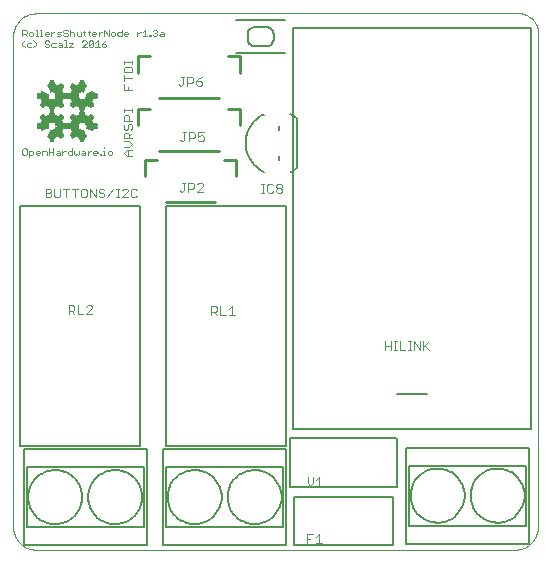
<source format=gto>
G75*
%MOIN*%
%OFA0B0*%
%FSLAX24Y24*%
%IPPOS*%
%LPD*%
%AMOC8*
5,1,8,0,0,1.08239X$1,22.5*
%
%ADD10C,0.0000*%
%ADD11C,0.0020*%
%ADD12C,0.0030*%
%ADD13C,0.0050*%
%ADD14C,0.0080*%
%ADD15C,0.0060*%
%ADD16C,0.0100*%
%ADD17R,0.0146X0.0002*%
%ADD18R,0.0139X0.0002*%
%ADD19R,0.0146X0.0002*%
%ADD20R,0.0139X0.0002*%
%ADD21R,0.0154X0.0002*%
%ADD22R,0.0154X0.0002*%
%ADD23R,0.0158X0.0002*%
%ADD24R,0.0168X0.0002*%
%ADD25R,0.0158X0.0002*%
%ADD26R,0.0168X0.0002*%
%ADD27R,0.0166X0.0002*%
%ADD28R,0.0166X0.0002*%
%ADD29R,0.0173X0.0002*%
%ADD30R,0.0173X0.0002*%
%ADD31R,0.0180X0.0002*%
%ADD32R,0.0180X0.0002*%
%ADD33R,0.0026X0.0002*%
%ADD34R,0.0026X0.0002*%
%ADD35R,0.0187X0.0002*%
%ADD36R,0.0046X0.0002*%
%ADD37R,0.0048X0.0002*%
%ADD38R,0.0187X0.0002*%
%ADD39R,0.0046X0.0002*%
%ADD40R,0.0048X0.0002*%
%ADD41R,0.0060X0.0002*%
%ADD42R,0.0192X0.0002*%
%ADD43R,0.0192X0.0002*%
%ADD44R,0.0079X0.0002*%
%ADD45R,0.0079X0.0002*%
%ADD46R,0.0228X0.0002*%
%ADD47R,0.0094X0.0002*%
%ADD48R,0.0221X0.0002*%
%ADD49R,0.0228X0.0002*%
%ADD50R,0.0094X0.0002*%
%ADD51R,0.0221X0.0002*%
%ADD52R,0.0259X0.0002*%
%ADD53R,0.0115X0.0002*%
%ADD54R,0.0113X0.0002*%
%ADD55R,0.0266X0.0002*%
%ADD56R,0.0259X0.0002*%
%ADD57R,0.0115X0.0002*%
%ADD58R,0.0113X0.0002*%
%ADD59R,0.0266X0.0002*%
%ADD60R,0.0288X0.0002*%
%ADD61R,0.0125X0.0002*%
%ADD62R,0.0307X0.0002*%
%ADD63R,0.0300X0.0002*%
%ADD64R,0.0307X0.0002*%
%ADD65R,0.0300X0.0002*%
%ADD66R,0.0322X0.0002*%
%ADD67R,0.0161X0.0002*%
%ADD68R,0.0322X0.0002*%
%ADD69R,0.0161X0.0002*%
%ADD70R,0.0334X0.0002*%
%ADD71R,0.0326X0.0002*%
%ADD72R,0.0334X0.0002*%
%ADD73R,0.0326X0.0002*%
%ADD74R,0.0526X0.0002*%
%ADD75R,0.0528X0.0002*%
%ADD76R,0.0526X0.0002*%
%ADD77R,0.0528X0.0002*%
%ADD78R,0.0526X0.0002*%
%ADD79R,0.0533X0.0002*%
%ADD80R,0.0533X0.0002*%
%ADD81R,0.0533X0.0002*%
%ADD82R,0.0533X0.0002*%
%ADD83R,0.0526X0.0002*%
%ADD84R,0.0521X0.0002*%
%ADD85R,0.0518X0.0002*%
%ADD86R,0.0521X0.0002*%
%ADD87R,0.0518X0.0002*%
%ADD88R,0.0514X0.0002*%
%ADD89R,0.0511X0.0002*%
%ADD90R,0.0514X0.0002*%
%ADD91R,0.0511X0.0002*%
%ADD92R,0.0499X0.0002*%
%ADD93R,0.0506X0.0002*%
%ADD94R,0.0499X0.0002*%
%ADD95R,0.0506X0.0002*%
%ADD96R,0.0502X0.0002*%
%ADD97R,0.0502X0.0002*%
%ADD98R,0.0494X0.0002*%
%ADD99R,0.0480X0.0002*%
%ADD100R,0.0480X0.0002*%
%ADD101R,0.0466X0.0002*%
%ADD102R,0.0473X0.0002*%
%ADD103R,0.0466X0.0002*%
%ADD104R,0.0473X0.0002*%
%ADD105R,0.0458X0.0002*%
%ADD106R,0.0451X0.0002*%
%ADD107R,0.0454X0.0002*%
%ADD108R,0.0451X0.0002*%
%ADD109R,0.0454X0.0002*%
%ADD110R,0.0446X0.0002*%
%ADD111R,0.0446X0.0002*%
%ADD112R,0.0439X0.0002*%
%ADD113R,0.0439X0.0002*%
%ADD114R,0.0434X0.0002*%
%ADD115R,0.0427X0.0002*%
%ADD116R,0.0434X0.0002*%
%ADD117R,0.0427X0.0002*%
%ADD118R,0.0413X0.0002*%
%ADD119R,0.0420X0.0002*%
%ADD120R,0.0413X0.0002*%
%ADD121R,0.0420X0.0002*%
%ADD122R,0.0413X0.0002*%
%ADD123R,0.0413X0.0002*%
%ADD124R,0.0022X0.0002*%
%ADD125R,0.0415X0.0002*%
%ADD126R,0.0022X0.0002*%
%ADD127R,0.0415X0.0002*%
%ADD128R,0.0034X0.0002*%
%ADD129R,0.0038X0.0002*%
%ADD130R,0.0060X0.0002*%
%ADD131R,0.0334X0.0002*%
%ADD132R,0.0038X0.0002*%
%ADD133R,0.0334X0.0002*%
%ADD134R,0.0074X0.0002*%
%ADD135R,0.0305X0.0002*%
%ADD136R,0.0072X0.0002*%
%ADD137R,0.0074X0.0002*%
%ADD138R,0.0305X0.0002*%
%ADD139R,0.0072X0.0002*%
%ADD140R,0.0089X0.0002*%
%ADD141R,0.0293X0.0002*%
%ADD142R,0.0298X0.0002*%
%ADD143R,0.0089X0.0002*%
%ADD144R,0.0293X0.0002*%
%ADD145R,0.0298X0.0002*%
%ADD146R,0.0108X0.0002*%
%ADD147R,0.0293X0.0002*%
%ADD148R,0.0286X0.0002*%
%ADD149R,0.0125X0.0002*%
%ADD150R,0.0281X0.0002*%
%ADD151R,0.0286X0.0002*%
%ADD152R,0.0127X0.0002*%
%ADD153R,0.0281X0.0002*%
%ADD154R,0.0127X0.0002*%
%ADD155R,0.0281X0.0002*%
%ADD156R,0.0274X0.0002*%
%ADD157R,0.0281X0.0002*%
%ADD158R,0.0274X0.0002*%
%ADD159R,0.0166X0.0002*%
%ADD160R,0.0166X0.0002*%
%ADD161R,0.0221X0.0002*%
%ADD162R,0.0319X0.0002*%
%ADD163R,0.0226X0.0002*%
%ADD164R,0.0221X0.0002*%
%ADD165R,0.0319X0.0002*%
%ADD166R,0.0226X0.0002*%
%ADD167R,0.0346X0.0002*%
%ADD168R,0.0341X0.0002*%
%ADD169R,0.0278X0.0002*%
%ADD170R,0.0314X0.0002*%
%ADD171R,0.0382X0.0002*%
%ADD172R,0.0372X0.0002*%
%ADD173R,0.0314X0.0002*%
%ADD174R,0.0382X0.0002*%
%ADD175R,0.0372X0.0002*%
%ADD176R,0.0353X0.0002*%
%ADD177R,0.0386X0.0002*%
%ADD178R,0.0379X0.0002*%
%ADD179R,0.0353X0.0002*%
%ADD180R,0.0386X0.0002*%
%ADD181R,0.0379X0.0002*%
%ADD182R,0.0367X0.0002*%
%ADD183R,0.0367X0.0002*%
%ADD184R,0.0374X0.0002*%
%ADD185R,0.0374X0.0002*%
%ADD186R,0.0365X0.0002*%
%ADD187R,0.0360X0.0002*%
%ADD188R,0.0365X0.0002*%
%ADD189R,0.0360X0.0002*%
%ADD190R,0.0374X0.0002*%
%ADD191R,0.0374X0.0002*%
%ADD192R,0.0379X0.0002*%
%ADD193R,0.0379X0.0002*%
%ADD194R,0.0346X0.0002*%
%ADD195R,0.0338X0.0002*%
%ADD196R,0.0338X0.0002*%
%ADD197R,0.0312X0.0002*%
%ADD198R,0.0312X0.0002*%
%ADD199R,0.0295X0.0002*%
%ADD200R,0.0286X0.0002*%
%ADD201R,0.0295X0.0002*%
%ADD202R,0.0286X0.0002*%
%ADD203R,0.0288X0.0002*%
%ADD204R,0.0278X0.0002*%
%ADD205R,0.0307X0.0002*%
%ADD206R,0.0341X0.0002*%
%ADD207R,0.0341X0.0002*%
%ADD208R,0.0701X0.0002*%
%ADD209R,0.0701X0.0002*%
%ADD210R,0.0701X0.0002*%
%ADD211R,0.0701X0.0002*%
%ADD212R,0.0694X0.0002*%
%ADD213R,0.0694X0.0002*%
%ADD214R,0.0686X0.0002*%
%ADD215R,0.0686X0.0002*%
%ADD216R,0.0686X0.0002*%
%ADD217R,0.0686X0.0002*%
%ADD218R,0.0679X0.0002*%
%ADD219R,0.0672X0.0002*%
%ADD220R,0.0679X0.0002*%
%ADD221R,0.0672X0.0002*%
%ADD222R,0.0665X0.0002*%
%ADD223R,0.0665X0.0002*%
%ADD224R,0.0660X0.0002*%
%ADD225R,0.0660X0.0002*%
%ADD226R,0.0667X0.0002*%
%ADD227R,0.0667X0.0002*%
%ADD228R,0.0679X0.0002*%
%ADD229R,0.0679X0.0002*%
%ADD230R,0.0706X0.0002*%
%ADD231R,0.0708X0.0002*%
%ADD232R,0.0706X0.0002*%
%ADD233R,0.0708X0.0002*%
%ADD234R,0.0720X0.0002*%
%ADD235R,0.0713X0.0002*%
%ADD236R,0.0720X0.0002*%
%ADD237R,0.0713X0.0002*%
%ADD238R,0.0718X0.0002*%
%ADD239R,0.0718X0.0002*%
%ADD240R,0.0734X0.0002*%
%ADD241R,0.0732X0.0002*%
%ADD242R,0.0746X0.0002*%
%ADD243R,0.0739X0.0002*%
%ADD244R,0.0746X0.0002*%
%ADD245R,0.0739X0.0002*%
%ADD246R,0.0758X0.0002*%
%ADD247R,0.0761X0.0002*%
%ADD248R,0.0758X0.0002*%
%ADD249R,0.0761X0.0002*%
%ADD250R,0.0773X0.0002*%
%ADD251R,0.0773X0.0002*%
%ADD252R,0.0787X0.0002*%
%ADD253R,0.0785X0.0002*%
%ADD254R,0.0787X0.0002*%
%ADD255R,0.0785X0.0002*%
%ADD256R,0.0799X0.0002*%
%ADD257R,0.0799X0.0002*%
%ADD258R,0.0799X0.0002*%
%ADD259R,0.0799X0.0002*%
%ADD260R,0.0792X0.0002*%
%ADD261R,0.0792X0.0002*%
%ADD262R,0.0780X0.0002*%
%ADD263R,0.0778X0.0002*%
%ADD264R,0.0780X0.0002*%
%ADD265R,0.0778X0.0002*%
%ADD266R,0.0766X0.0002*%
%ADD267R,0.0768X0.0002*%
%ADD268R,0.0766X0.0002*%
%ADD269R,0.0768X0.0002*%
%ADD270R,0.0348X0.0002*%
%ADD271R,0.0175X0.0002*%
%ADD272R,0.0353X0.0002*%
%ADD273R,0.0173X0.0002*%
%ADD274R,0.0348X0.0002*%
%ADD275R,0.0175X0.0002*%
%ADD276R,0.0353X0.0002*%
%ADD277R,0.0173X0.0002*%
%ADD278R,0.0149X0.0002*%
%ADD279R,0.0139X0.0002*%
%ADD280R,0.0149X0.0002*%
%ADD281R,0.0139X0.0002*%
%ADD282R,0.0134X0.0002*%
%ADD283R,0.0252X0.0002*%
%ADD284R,0.0132X0.0002*%
%ADD285R,0.0127X0.0002*%
%ADD286R,0.0134X0.0002*%
%ADD287R,0.0252X0.0002*%
%ADD288R,0.0132X0.0002*%
%ADD289R,0.0127X0.0002*%
%ADD290R,0.0120X0.0002*%
%ADD291R,0.0113X0.0002*%
%ADD292R,0.0120X0.0002*%
%ADD293R,0.0108X0.0002*%
%ADD294R,0.0113X0.0002*%
%ADD295R,0.0098X0.0002*%
%ADD296R,0.0199X0.0002*%
%ADD297R,0.0101X0.0002*%
%ADD298R,0.0199X0.0002*%
%ADD299R,0.0086X0.0002*%
%ADD300R,0.0086X0.0002*%
%ADD301R,0.0185X0.0002*%
%ADD302R,0.0079X0.0002*%
%ADD303R,0.0086X0.0002*%
%ADD304R,0.0086X0.0002*%
%ADD305R,0.0185X0.0002*%
%ADD306R,0.0079X0.0002*%
%ADD307R,0.0067X0.0002*%
%ADD308R,0.0065X0.0002*%
%ADD309R,0.0067X0.0002*%
%ADD310R,0.0065X0.0002*%
%ADD311R,0.0053X0.0002*%
%ADD312R,0.0055X0.0002*%
%ADD313R,0.0053X0.0002*%
%ADD314R,0.0055X0.0002*%
%ADD315R,0.0034X0.0002*%
%ADD316R,0.0019X0.0002*%
%ADD317R,0.0019X0.0002*%
%ADD318R,0.0041X0.0002*%
%ADD319R,0.0041X0.0002*%
%ADD320R,0.0074X0.0002*%
%ADD321R,0.0074X0.0002*%
%ADD322R,0.0098X0.0002*%
%ADD323R,0.0206X0.0002*%
%ADD324R,0.0101X0.0002*%
%ADD325R,0.0108X0.0002*%
%ADD326R,0.0206X0.0002*%
%ADD327R,0.0108X0.0002*%
%ADD328R,0.0240X0.0002*%
%ADD329R,0.0240X0.0002*%
%ADD330R,0.0274X0.0002*%
%ADD331R,0.0274X0.0002*%
%ADD332R,0.0562X0.0002*%
%ADD333R,0.0562X0.0002*%
%ADD334R,0.0754X0.0002*%
%ADD335R,0.0754X0.0002*%
%ADD336R,0.0727X0.0002*%
%ADD337R,0.0725X0.0002*%
%ADD338R,0.0727X0.0002*%
%ADD339R,0.0725X0.0002*%
%ADD340R,0.0307X0.0002*%
%ADD341R,0.0338X0.0002*%
%ADD342R,0.0338X0.0002*%
%ADD343R,0.0372X0.0002*%
%ADD344R,0.0372X0.0002*%
%ADD345R,0.0341X0.0002*%
%ADD346R,0.0199X0.0002*%
%ADD347R,0.0161X0.0002*%
%ADD348R,0.0161X0.0002*%
%ADD349R,0.0101X0.0002*%
%ADD350R,0.0101X0.0002*%
%ADD351R,0.0319X0.0002*%
%ADD352R,0.0319X0.0002*%
%ADD353R,0.0408X0.0002*%
%ADD354R,0.0408X0.0002*%
%ADD355R,0.0432X0.0002*%
%ADD356R,0.0432X0.0002*%
%ADD357R,0.0473X0.0002*%
%ADD358R,0.0473X0.0002*%
%ADD359R,0.0487X0.0002*%
%ADD360R,0.0487X0.0002*%
%ADD361R,0.0492X0.0002*%
%ADD362R,0.0494X0.0002*%
%ADD363R,0.0492X0.0002*%
%ADD364R,0.0521X0.0002*%
%ADD365R,0.0521X0.0002*%
%ADD366R,0.0329X0.0002*%
%ADD367R,0.0329X0.0002*%
%ADD368R,0.0154X0.0002*%
%ADD369R,0.0154X0.0002*%
%ADD370R,0.0199X0.0002*%
%ADD371R,0.0031X0.0002*%
%ADD372R,0.0041X0.0002*%
%ADD373R,0.0031X0.0002*%
%ADD374R,0.0041X0.0002*%
D10*
X003485Y000850D02*
X003485Y017220D01*
X003487Y017274D01*
X003493Y017327D01*
X003502Y017379D01*
X003515Y017431D01*
X003532Y017482D01*
X003553Y017532D01*
X003577Y017579D01*
X003604Y017625D01*
X003635Y017669D01*
X003668Y017711D01*
X003705Y017750D01*
X003744Y017787D01*
X003786Y017820D01*
X003830Y017851D01*
X003876Y017878D01*
X003923Y017902D01*
X003973Y017923D01*
X004024Y017940D01*
X004076Y017953D01*
X004128Y017962D01*
X004181Y017968D01*
X004235Y017970D01*
X020227Y017970D01*
X020276Y017976D01*
X020325Y017978D01*
X020374Y017976D01*
X020423Y017971D01*
X020471Y017962D01*
X020519Y017949D01*
X020566Y017933D01*
X020611Y017914D01*
X020654Y017891D01*
X020696Y017865D01*
X020736Y017836D01*
X020773Y017804D01*
X020808Y017769D01*
X020840Y017732D01*
X020870Y017692D01*
X020896Y017651D01*
X020919Y017607D01*
X020939Y017562D01*
X020955Y017516D01*
X020968Y017468D01*
X020977Y017420D01*
X020977Y000850D01*
X020975Y000796D01*
X020969Y000743D01*
X020960Y000691D01*
X020947Y000639D01*
X020930Y000588D01*
X020909Y000538D01*
X020885Y000491D01*
X020858Y000445D01*
X020827Y000401D01*
X020794Y000359D01*
X020757Y000320D01*
X020718Y000283D01*
X020676Y000250D01*
X020632Y000219D01*
X020586Y000192D01*
X020539Y000168D01*
X020489Y000147D01*
X020438Y000130D01*
X020386Y000117D01*
X020334Y000108D01*
X020281Y000102D01*
X020227Y000100D01*
X004235Y000100D01*
X004181Y000102D01*
X004128Y000108D01*
X004076Y000117D01*
X004024Y000130D01*
X003973Y000147D01*
X003923Y000168D01*
X003876Y000192D01*
X003830Y000219D01*
X003786Y000250D01*
X003744Y000283D01*
X003705Y000320D01*
X003668Y000359D01*
X003635Y000401D01*
X003604Y000445D01*
X003577Y000491D01*
X003553Y000538D01*
X003532Y000588D01*
X003515Y000639D01*
X003502Y000691D01*
X003493Y000743D01*
X003487Y000796D01*
X003485Y000850D01*
D11*
X004016Y013177D02*
X004016Y013397D01*
X004126Y013397D01*
X004163Y013360D01*
X004163Y013287D01*
X004126Y013250D01*
X004016Y013250D01*
X003942Y013287D02*
X003942Y013433D01*
X003905Y013470D01*
X003832Y013470D01*
X003795Y013433D01*
X003795Y013287D01*
X003832Y013250D01*
X003905Y013250D01*
X003942Y013287D01*
X004237Y013287D02*
X004237Y013360D01*
X004274Y013397D01*
X004347Y013397D01*
X004384Y013360D01*
X004384Y013323D01*
X004237Y013323D01*
X004237Y013287D02*
X004274Y013250D01*
X004347Y013250D01*
X004458Y013250D02*
X004458Y013397D01*
X004568Y013397D01*
X004605Y013360D01*
X004605Y013250D01*
X004679Y013250D02*
X004679Y013470D01*
X004679Y013360D02*
X004826Y013360D01*
X004900Y013287D02*
X004936Y013323D01*
X005047Y013323D01*
X005047Y013360D02*
X005047Y013250D01*
X004936Y013250D01*
X004900Y013287D01*
X004826Y013250D02*
X004826Y013470D01*
X004936Y013397D02*
X005010Y013397D01*
X005047Y013360D01*
X005121Y013323D02*
X005194Y013397D01*
X005231Y013397D01*
X005305Y013360D02*
X005342Y013397D01*
X005452Y013397D01*
X005452Y013470D02*
X005452Y013250D01*
X005342Y013250D01*
X005305Y013287D01*
X005305Y013360D01*
X005121Y013397D02*
X005121Y013250D01*
X005526Y013287D02*
X005563Y013250D01*
X005599Y013287D01*
X005636Y013250D01*
X005673Y013287D01*
X005673Y013397D01*
X005784Y013397D02*
X005857Y013397D01*
X005894Y013360D01*
X005894Y013250D01*
X005784Y013250D01*
X005747Y013287D01*
X005784Y013323D01*
X005894Y013323D01*
X005968Y013323D02*
X006041Y013397D01*
X006078Y013397D01*
X006152Y013360D02*
X006189Y013397D01*
X006262Y013397D01*
X006299Y013360D01*
X006299Y013323D01*
X006152Y013323D01*
X006152Y013287D02*
X006152Y013360D01*
X006152Y013287D02*
X006189Y013250D01*
X006262Y013250D01*
X006373Y013250D02*
X006410Y013250D01*
X006410Y013287D01*
X006373Y013287D01*
X006373Y013250D01*
X006484Y013250D02*
X006557Y013250D01*
X006520Y013250D02*
X006520Y013397D01*
X006484Y013397D01*
X006520Y013470D02*
X006520Y013507D01*
X006631Y013360D02*
X006631Y013287D01*
X006668Y013250D01*
X006741Y013250D01*
X006778Y013287D01*
X006778Y013360D01*
X006741Y013397D01*
X006668Y013397D01*
X006631Y013360D01*
X005968Y013397D02*
X005968Y013250D01*
X005526Y013287D02*
X005526Y013397D01*
X005489Y016850D02*
X005342Y016850D01*
X005489Y016997D01*
X005342Y016997D01*
X005231Y017070D02*
X005231Y016850D01*
X005194Y016850D02*
X005268Y016850D01*
X005120Y016850D02*
X005010Y016850D01*
X004973Y016887D01*
X005010Y016923D01*
X005120Y016923D01*
X005120Y016960D02*
X005120Y016850D01*
X005120Y016960D02*
X005084Y016997D01*
X005010Y016997D01*
X004899Y016997D02*
X004789Y016997D01*
X004752Y016960D01*
X004752Y016887D01*
X004789Y016850D01*
X004899Y016850D01*
X004678Y016887D02*
X004642Y016850D01*
X004568Y016850D01*
X004531Y016887D01*
X004568Y016960D02*
X004642Y016960D01*
X004678Y016923D01*
X004678Y016887D01*
X004568Y016960D02*
X004531Y016997D01*
X004531Y017033D01*
X004568Y017070D01*
X004642Y017070D01*
X004678Y017033D01*
X004642Y017210D02*
X004568Y017210D01*
X004531Y017247D01*
X004531Y017320D01*
X004568Y017357D01*
X004642Y017357D01*
X004678Y017320D01*
X004678Y017283D01*
X004531Y017283D01*
X004458Y017210D02*
X004384Y017210D01*
X004421Y017210D02*
X004421Y017430D01*
X004384Y017430D01*
X004274Y017430D02*
X004274Y017210D01*
X004310Y017210D02*
X004237Y017210D01*
X004163Y017247D02*
X004126Y017210D01*
X004053Y017210D01*
X004016Y017247D01*
X004016Y017320D01*
X004053Y017357D01*
X004126Y017357D01*
X004163Y017320D01*
X004163Y017247D01*
X004163Y017070D02*
X004237Y016997D01*
X004237Y016923D01*
X004163Y016850D01*
X004089Y016850D02*
X003979Y016850D01*
X003942Y016887D01*
X003942Y016960D01*
X003979Y016997D01*
X004089Y016997D01*
X003868Y017070D02*
X003795Y016997D01*
X003795Y016923D01*
X003868Y016850D01*
X003795Y017210D02*
X003795Y017430D01*
X003905Y017430D01*
X003942Y017393D01*
X003942Y017320D01*
X003905Y017283D01*
X003795Y017283D01*
X003868Y017283D02*
X003942Y017210D01*
X004237Y017430D02*
X004274Y017430D01*
X004752Y017357D02*
X004752Y017210D01*
X004752Y017283D02*
X004826Y017357D01*
X004863Y017357D01*
X004937Y017320D02*
X004973Y017357D01*
X005083Y017357D01*
X005158Y017357D02*
X005194Y017320D01*
X005268Y017320D01*
X005304Y017283D01*
X005304Y017247D01*
X005268Y017210D01*
X005194Y017210D01*
X005158Y017247D01*
X005083Y017247D02*
X005047Y017283D01*
X004973Y017283D01*
X004937Y017320D01*
X004937Y017210D02*
X005047Y017210D01*
X005083Y017247D01*
X005158Y017357D02*
X005158Y017393D01*
X005194Y017430D01*
X005268Y017430D01*
X005304Y017393D01*
X005379Y017430D02*
X005379Y017210D01*
X005379Y017320D02*
X005415Y017357D01*
X005489Y017357D01*
X005525Y017320D01*
X005525Y017210D01*
X005600Y017247D02*
X005636Y017210D01*
X005746Y017210D01*
X005746Y017357D01*
X005821Y017357D02*
X005894Y017357D01*
X005857Y017393D02*
X005857Y017247D01*
X005894Y017210D01*
X006005Y017247D02*
X006041Y017210D01*
X006005Y017247D02*
X006005Y017393D01*
X006041Y017357D02*
X005968Y017357D01*
X006115Y017320D02*
X006152Y017357D01*
X006225Y017357D01*
X006262Y017320D01*
X006262Y017283D01*
X006115Y017283D01*
X006115Y017247D02*
X006115Y017320D01*
X006115Y017247D02*
X006152Y017210D01*
X006225Y017210D01*
X006336Y017210D02*
X006336Y017357D01*
X006336Y017283D02*
X006410Y017357D01*
X006446Y017357D01*
X006520Y017430D02*
X006667Y017210D01*
X006667Y017430D01*
X006741Y017320D02*
X006741Y017247D01*
X006778Y017210D01*
X006851Y017210D01*
X006888Y017247D01*
X006888Y017320D01*
X006851Y017357D01*
X006778Y017357D01*
X006741Y017320D01*
X006962Y017320D02*
X006999Y017357D01*
X007109Y017357D01*
X007109Y017430D02*
X007109Y017210D01*
X006999Y017210D01*
X006962Y017247D01*
X006962Y017320D01*
X007183Y017320D02*
X007220Y017357D01*
X007293Y017357D01*
X007330Y017320D01*
X007330Y017283D01*
X007183Y017283D01*
X007183Y017247D02*
X007183Y017320D01*
X007183Y017247D02*
X007220Y017210D01*
X007293Y017210D01*
X007625Y017210D02*
X007625Y017357D01*
X007625Y017283D02*
X007699Y017357D01*
X007735Y017357D01*
X007809Y017357D02*
X007883Y017430D01*
X007883Y017210D01*
X007956Y017210D02*
X007809Y017210D01*
X008030Y017210D02*
X008030Y017247D01*
X008067Y017247D01*
X008067Y017210D01*
X008030Y017210D01*
X008141Y017247D02*
X008178Y017210D01*
X008251Y017210D01*
X008288Y017247D01*
X008288Y017283D01*
X008251Y017320D01*
X008214Y017320D01*
X008251Y017320D02*
X008288Y017357D01*
X008288Y017393D01*
X008251Y017430D01*
X008178Y017430D01*
X008141Y017393D01*
X008399Y017357D02*
X008472Y017357D01*
X008509Y017320D01*
X008509Y017210D01*
X008399Y017210D01*
X008362Y017247D01*
X008399Y017283D01*
X008509Y017283D01*
X006593Y017070D02*
X006520Y017033D01*
X006447Y016960D01*
X006557Y016960D01*
X006593Y016923D01*
X006593Y016887D01*
X006557Y016850D01*
X006483Y016850D01*
X006447Y016887D01*
X006447Y016960D01*
X006372Y016850D02*
X006226Y016850D01*
X006299Y016850D02*
X006299Y017070D01*
X006226Y016997D01*
X006152Y017033D02*
X006005Y016887D01*
X006041Y016850D01*
X006115Y016850D01*
X006152Y016887D01*
X006152Y017033D01*
X006115Y017070D01*
X006041Y017070D01*
X006005Y017033D01*
X006005Y016887D01*
X005931Y016850D02*
X005784Y016850D01*
X005931Y016997D01*
X005931Y017033D01*
X005894Y017070D01*
X005820Y017070D01*
X005784Y017033D01*
X005600Y017247D02*
X005600Y017357D01*
X005231Y017070D02*
X005194Y017070D01*
X006520Y017210D02*
X006520Y017430D01*
D12*
X007170Y016396D02*
X007170Y016299D01*
X007170Y016347D02*
X007460Y016347D01*
X007460Y016299D02*
X007460Y016396D01*
X007411Y016198D02*
X007218Y016198D01*
X007170Y016149D01*
X007170Y016004D01*
X007460Y016004D01*
X007460Y016149D01*
X007411Y016198D01*
X007170Y015903D02*
X007170Y015710D01*
X007170Y015806D02*
X007460Y015806D01*
X007315Y015512D02*
X007315Y015415D01*
X007460Y015415D02*
X007170Y015415D01*
X007170Y015608D01*
X007170Y014785D02*
X007170Y014688D01*
X007170Y014737D02*
X007460Y014737D01*
X007460Y014785D02*
X007460Y014688D01*
X007315Y014587D02*
X007218Y014587D01*
X007170Y014539D01*
X007170Y014394D01*
X007460Y014394D01*
X007363Y014394D02*
X007363Y014539D01*
X007315Y014587D01*
X007363Y014292D02*
X007411Y014292D01*
X007460Y014244D01*
X007460Y014147D01*
X007411Y014099D01*
X007315Y014147D02*
X007315Y014244D01*
X007363Y014292D01*
X007218Y014292D02*
X007170Y014244D01*
X007170Y014147D01*
X007218Y014099D01*
X007266Y014099D01*
X007315Y014147D01*
X007315Y013998D02*
X007363Y013949D01*
X007363Y013804D01*
X007460Y013804D02*
X007170Y013804D01*
X007170Y013949D01*
X007218Y013998D01*
X007315Y013998D01*
X007363Y013901D02*
X007460Y013998D01*
X007363Y013703D02*
X007170Y013703D01*
X007363Y013703D02*
X007460Y013606D01*
X007363Y013510D01*
X007170Y013510D01*
X007266Y013408D02*
X007460Y013408D01*
X007315Y013408D02*
X007315Y013215D01*
X007266Y013215D02*
X007460Y013215D01*
X007266Y013215D02*
X007170Y013312D01*
X007266Y013408D01*
X007266Y012135D02*
X007169Y012135D01*
X007121Y012087D01*
X007021Y012135D02*
X006924Y012135D01*
X006972Y012135D02*
X006972Y011845D01*
X006924Y011845D02*
X007021Y011845D01*
X007121Y011845D02*
X007314Y012038D01*
X007314Y012087D01*
X007266Y012135D01*
X007415Y012087D02*
X007415Y011893D01*
X007464Y011845D01*
X007560Y011845D01*
X007609Y011893D01*
X007609Y012087D02*
X007560Y012135D01*
X007464Y012135D01*
X007415Y012087D01*
X007314Y011845D02*
X007121Y011845D01*
X006823Y012135D02*
X006629Y011845D01*
X006528Y011893D02*
X006480Y011845D01*
X006383Y011845D01*
X006335Y011893D01*
X006383Y011990D02*
X006335Y012038D01*
X006335Y012087D01*
X006383Y012135D01*
X006480Y012135D01*
X006528Y012087D01*
X006480Y011990D02*
X006528Y011942D01*
X006528Y011893D01*
X006480Y011990D02*
X006383Y011990D01*
X006234Y011845D02*
X006234Y012135D01*
X006040Y012135D02*
X006040Y011845D01*
X005939Y011893D02*
X005939Y012087D01*
X005891Y012135D01*
X005794Y012135D01*
X005745Y012087D01*
X005745Y011893D01*
X005794Y011845D01*
X005891Y011845D01*
X005939Y011893D01*
X006040Y012135D02*
X006234Y011845D01*
X005644Y012135D02*
X005451Y012135D01*
X005548Y012135D02*
X005548Y011845D01*
X005253Y011845D02*
X005253Y012135D01*
X005156Y012135D02*
X005350Y012135D01*
X005055Y012135D02*
X005055Y011893D01*
X005007Y011845D01*
X004910Y011845D01*
X004862Y011893D01*
X004862Y012135D01*
X004760Y012087D02*
X004760Y012038D01*
X004712Y011990D01*
X004567Y011990D01*
X004567Y011845D02*
X004567Y012135D01*
X004712Y012135D01*
X004760Y012087D01*
X004712Y011990D02*
X004760Y011942D01*
X004760Y011893D01*
X004712Y011845D01*
X004567Y011845D01*
X005336Y008245D02*
X005481Y008245D01*
X005529Y008197D01*
X005529Y008100D01*
X005481Y008052D01*
X005336Y008052D01*
X005433Y008052D02*
X005529Y007955D01*
X005631Y007955D02*
X005824Y007955D01*
X005925Y007955D02*
X006119Y008148D01*
X006119Y008197D01*
X006070Y008245D01*
X005974Y008245D01*
X005925Y008197D01*
X005925Y007955D02*
X006119Y007955D01*
X005631Y007955D02*
X005631Y008245D01*
X005336Y008245D02*
X005336Y007955D01*
X010096Y007925D02*
X010096Y008215D01*
X010241Y008215D01*
X010289Y008167D01*
X010289Y008070D01*
X010241Y008022D01*
X010096Y008022D01*
X010193Y008022D02*
X010289Y007925D01*
X010391Y007925D02*
X010391Y008215D01*
X010391Y007925D02*
X010584Y007925D01*
X010685Y007925D02*
X010879Y007925D01*
X010782Y007925D02*
X010782Y008215D01*
X010685Y008118D01*
X009814Y012034D02*
X009620Y012034D01*
X009814Y012227D01*
X009814Y012276D01*
X009765Y012324D01*
X009669Y012324D01*
X009620Y012276D01*
X009519Y012276D02*
X009519Y012179D01*
X009471Y012131D01*
X009326Y012131D01*
X009326Y012034D02*
X009326Y012324D01*
X009471Y012324D01*
X009519Y012276D01*
X009224Y012324D02*
X009128Y012324D01*
X009176Y012324D02*
X009176Y012082D01*
X009128Y012034D01*
X009079Y012034D01*
X009031Y012082D01*
X009098Y013715D02*
X009147Y013715D01*
X009195Y013763D01*
X009195Y014005D01*
X009147Y014005D02*
X009243Y014005D01*
X009344Y014005D02*
X009490Y014005D01*
X009538Y013957D01*
X009538Y013860D01*
X009490Y013812D01*
X009344Y013812D01*
X009344Y013715D02*
X009344Y014005D01*
X009639Y014005D02*
X009639Y013860D01*
X009736Y013908D01*
X009784Y013908D01*
X009833Y013860D01*
X009833Y013763D01*
X009784Y013715D01*
X009688Y013715D01*
X009639Y013763D01*
X009639Y014005D02*
X009833Y014005D01*
X009098Y013715D02*
X009050Y013763D01*
X009048Y015565D02*
X009097Y015565D01*
X009145Y015613D01*
X009145Y015855D01*
X009097Y015855D02*
X009193Y015855D01*
X009294Y015855D02*
X009440Y015855D01*
X009488Y015807D01*
X009488Y015710D01*
X009440Y015662D01*
X009294Y015662D01*
X009294Y015565D02*
X009294Y015855D01*
X009589Y015710D02*
X009734Y015710D01*
X009783Y015662D01*
X009783Y015613D01*
X009734Y015565D01*
X009638Y015565D01*
X009589Y015613D01*
X009589Y015710D01*
X009686Y015807D01*
X009783Y015855D01*
X009048Y015565D02*
X009000Y015613D01*
X011764Y012285D02*
X011861Y012285D01*
X011812Y012285D02*
X011812Y011995D01*
X011764Y011995D02*
X011861Y011995D01*
X011961Y012043D02*
X012009Y011995D01*
X012106Y011995D01*
X012154Y012043D01*
X012255Y012043D02*
X012255Y012092D01*
X012304Y012140D01*
X012400Y012140D01*
X012449Y012092D01*
X012449Y012043D01*
X012400Y011995D01*
X012304Y011995D01*
X012255Y012043D01*
X012304Y012140D02*
X012255Y012188D01*
X012255Y012237D01*
X012304Y012285D01*
X012400Y012285D01*
X012449Y012237D01*
X012449Y012188D01*
X012400Y012140D01*
X012154Y012237D02*
X012106Y012285D01*
X012009Y012285D01*
X011961Y012237D01*
X011961Y012043D01*
X015878Y007042D02*
X015878Y006752D01*
X015878Y006897D02*
X016072Y006897D01*
X016072Y007042D02*
X016072Y006752D01*
X016173Y006752D02*
X016270Y006752D01*
X016221Y006752D02*
X016221Y007042D01*
X016173Y007042D02*
X016270Y007042D01*
X016369Y007042D02*
X016369Y006752D01*
X016563Y006752D01*
X016664Y006752D02*
X016761Y006752D01*
X016712Y006752D02*
X016712Y007042D01*
X016664Y007042D02*
X016761Y007042D01*
X016861Y007042D02*
X017054Y006752D01*
X017054Y007042D01*
X017155Y007042D02*
X017155Y006752D01*
X017155Y006849D02*
X017349Y007042D01*
X017204Y006897D02*
X017349Y006752D01*
X016861Y006752D02*
X016861Y007042D01*
X013691Y002515D02*
X013691Y002225D01*
X013594Y002225D02*
X013788Y002225D01*
X013594Y002418D02*
X013691Y002515D01*
X013493Y002515D02*
X013493Y002322D01*
X013397Y002225D01*
X013300Y002322D01*
X013300Y002515D01*
X013280Y000605D02*
X013473Y000605D01*
X013574Y000508D02*
X013671Y000605D01*
X013671Y000315D01*
X013574Y000315D02*
X013768Y000315D01*
X013377Y000460D02*
X013280Y000460D01*
X013280Y000315D02*
X013280Y000605D01*
D13*
X012859Y000263D02*
X016151Y000263D01*
X016155Y000260D02*
X016155Y001840D01*
X016151Y001837D02*
X012859Y001837D01*
X012855Y001830D02*
X012855Y000260D01*
X012585Y000250D02*
X008485Y000250D01*
X008485Y003450D01*
X012585Y003450D01*
X012585Y000250D01*
X012485Y000850D02*
X008585Y000850D01*
X008585Y002850D01*
X012485Y002850D01*
X012485Y000850D01*
X010634Y001850D02*
X010636Y001910D01*
X010642Y001969D01*
X010652Y002028D01*
X010665Y002086D01*
X010683Y002143D01*
X010704Y002198D01*
X010729Y002252D01*
X010757Y002305D01*
X010789Y002355D01*
X010824Y002403D01*
X010862Y002449D01*
X010903Y002492D01*
X010947Y002533D01*
X010993Y002570D01*
X011042Y002604D01*
X011093Y002635D01*
X011146Y002663D01*
X011201Y002687D01*
X011257Y002707D01*
X011314Y002723D01*
X011372Y002736D01*
X011431Y002745D01*
X011490Y002750D01*
X011550Y002751D01*
X011609Y002748D01*
X011669Y002741D01*
X011727Y002730D01*
X011785Y002716D01*
X011842Y002697D01*
X011897Y002675D01*
X011951Y002649D01*
X012003Y002620D01*
X012052Y002588D01*
X012100Y002552D01*
X012145Y002513D01*
X012188Y002471D01*
X012227Y002427D01*
X012264Y002380D01*
X012297Y002330D01*
X012327Y002279D01*
X012354Y002226D01*
X012377Y002171D01*
X012396Y002114D01*
X012412Y002057D01*
X012424Y001998D01*
X012432Y001939D01*
X012436Y001880D01*
X012436Y001820D01*
X012432Y001761D01*
X012424Y001702D01*
X012412Y001643D01*
X012396Y001586D01*
X012377Y001529D01*
X012354Y001474D01*
X012327Y001421D01*
X012297Y001370D01*
X012264Y001320D01*
X012227Y001273D01*
X012188Y001229D01*
X012145Y001187D01*
X012100Y001148D01*
X012052Y001112D01*
X012003Y001080D01*
X011951Y001051D01*
X011897Y001025D01*
X011842Y001003D01*
X011785Y000984D01*
X011727Y000970D01*
X011669Y000959D01*
X011609Y000952D01*
X011550Y000949D01*
X011490Y000950D01*
X011431Y000955D01*
X011372Y000964D01*
X011314Y000977D01*
X011257Y000993D01*
X011201Y001013D01*
X011146Y001037D01*
X011093Y001065D01*
X011042Y001096D01*
X010993Y001130D01*
X010947Y001167D01*
X010903Y001208D01*
X010862Y001251D01*
X010824Y001297D01*
X010789Y001345D01*
X010757Y001395D01*
X010729Y001448D01*
X010704Y001502D01*
X010683Y001557D01*
X010665Y001614D01*
X010652Y001672D01*
X010642Y001731D01*
X010636Y001790D01*
X010634Y001850D01*
X008634Y001850D02*
X008636Y001910D01*
X008642Y001969D01*
X008652Y002028D01*
X008665Y002086D01*
X008683Y002143D01*
X008704Y002198D01*
X008729Y002252D01*
X008757Y002305D01*
X008789Y002355D01*
X008824Y002403D01*
X008862Y002449D01*
X008903Y002492D01*
X008947Y002533D01*
X008993Y002570D01*
X009042Y002604D01*
X009093Y002635D01*
X009146Y002663D01*
X009201Y002687D01*
X009257Y002707D01*
X009314Y002723D01*
X009372Y002736D01*
X009431Y002745D01*
X009490Y002750D01*
X009550Y002751D01*
X009609Y002748D01*
X009669Y002741D01*
X009727Y002730D01*
X009785Y002716D01*
X009842Y002697D01*
X009897Y002675D01*
X009951Y002649D01*
X010003Y002620D01*
X010052Y002588D01*
X010100Y002552D01*
X010145Y002513D01*
X010188Y002471D01*
X010227Y002427D01*
X010264Y002380D01*
X010297Y002330D01*
X010327Y002279D01*
X010354Y002226D01*
X010377Y002171D01*
X010396Y002114D01*
X010412Y002057D01*
X010424Y001998D01*
X010432Y001939D01*
X010436Y001880D01*
X010436Y001820D01*
X010432Y001761D01*
X010424Y001702D01*
X010412Y001643D01*
X010396Y001586D01*
X010377Y001529D01*
X010354Y001474D01*
X010327Y001421D01*
X010297Y001370D01*
X010264Y001320D01*
X010227Y001273D01*
X010188Y001229D01*
X010145Y001187D01*
X010100Y001148D01*
X010052Y001112D01*
X010003Y001080D01*
X009951Y001051D01*
X009897Y001025D01*
X009842Y001003D01*
X009785Y000984D01*
X009727Y000970D01*
X009669Y000959D01*
X009609Y000952D01*
X009550Y000949D01*
X009490Y000950D01*
X009431Y000955D01*
X009372Y000964D01*
X009314Y000977D01*
X009257Y000993D01*
X009201Y001013D01*
X009146Y001037D01*
X009093Y001065D01*
X009042Y001096D01*
X008993Y001130D01*
X008947Y001167D01*
X008903Y001208D01*
X008862Y001251D01*
X008824Y001297D01*
X008789Y001345D01*
X008757Y001395D01*
X008729Y001448D01*
X008704Y001502D01*
X008683Y001557D01*
X008665Y001614D01*
X008652Y001672D01*
X008642Y001731D01*
X008636Y001790D01*
X008634Y001850D01*
X007835Y000850D02*
X003935Y000850D01*
X003935Y002850D01*
X007835Y002850D01*
X007835Y000850D01*
X007935Y000250D02*
X003835Y000250D01*
X003835Y003450D01*
X007935Y003450D01*
X007935Y000250D01*
X005984Y001850D02*
X005986Y001910D01*
X005992Y001969D01*
X006002Y002028D01*
X006015Y002086D01*
X006033Y002143D01*
X006054Y002198D01*
X006079Y002252D01*
X006107Y002305D01*
X006139Y002355D01*
X006174Y002403D01*
X006212Y002449D01*
X006253Y002492D01*
X006297Y002533D01*
X006343Y002570D01*
X006392Y002604D01*
X006443Y002635D01*
X006496Y002663D01*
X006551Y002687D01*
X006607Y002707D01*
X006664Y002723D01*
X006722Y002736D01*
X006781Y002745D01*
X006840Y002750D01*
X006900Y002751D01*
X006959Y002748D01*
X007019Y002741D01*
X007077Y002730D01*
X007135Y002716D01*
X007192Y002697D01*
X007247Y002675D01*
X007301Y002649D01*
X007353Y002620D01*
X007402Y002588D01*
X007450Y002552D01*
X007495Y002513D01*
X007538Y002471D01*
X007577Y002427D01*
X007614Y002380D01*
X007647Y002330D01*
X007677Y002279D01*
X007704Y002226D01*
X007727Y002171D01*
X007746Y002114D01*
X007762Y002057D01*
X007774Y001998D01*
X007782Y001939D01*
X007786Y001880D01*
X007786Y001820D01*
X007782Y001761D01*
X007774Y001702D01*
X007762Y001643D01*
X007746Y001586D01*
X007727Y001529D01*
X007704Y001474D01*
X007677Y001421D01*
X007647Y001370D01*
X007614Y001320D01*
X007577Y001273D01*
X007538Y001229D01*
X007495Y001187D01*
X007450Y001148D01*
X007402Y001112D01*
X007353Y001080D01*
X007301Y001051D01*
X007247Y001025D01*
X007192Y001003D01*
X007135Y000984D01*
X007077Y000970D01*
X007019Y000959D01*
X006959Y000952D01*
X006900Y000949D01*
X006840Y000950D01*
X006781Y000955D01*
X006722Y000964D01*
X006664Y000977D01*
X006607Y000993D01*
X006551Y001013D01*
X006496Y001037D01*
X006443Y001065D01*
X006392Y001096D01*
X006343Y001130D01*
X006297Y001167D01*
X006253Y001208D01*
X006212Y001251D01*
X006174Y001297D01*
X006139Y001345D01*
X006107Y001395D01*
X006079Y001448D01*
X006054Y001502D01*
X006033Y001557D01*
X006015Y001614D01*
X006002Y001672D01*
X005992Y001731D01*
X005986Y001790D01*
X005984Y001850D01*
X003984Y001850D02*
X003986Y001910D01*
X003992Y001969D01*
X004002Y002028D01*
X004015Y002086D01*
X004033Y002143D01*
X004054Y002198D01*
X004079Y002252D01*
X004107Y002305D01*
X004139Y002355D01*
X004174Y002403D01*
X004212Y002449D01*
X004253Y002492D01*
X004297Y002533D01*
X004343Y002570D01*
X004392Y002604D01*
X004443Y002635D01*
X004496Y002663D01*
X004551Y002687D01*
X004607Y002707D01*
X004664Y002723D01*
X004722Y002736D01*
X004781Y002745D01*
X004840Y002750D01*
X004900Y002751D01*
X004959Y002748D01*
X005019Y002741D01*
X005077Y002730D01*
X005135Y002716D01*
X005192Y002697D01*
X005247Y002675D01*
X005301Y002649D01*
X005353Y002620D01*
X005402Y002588D01*
X005450Y002552D01*
X005495Y002513D01*
X005538Y002471D01*
X005577Y002427D01*
X005614Y002380D01*
X005647Y002330D01*
X005677Y002279D01*
X005704Y002226D01*
X005727Y002171D01*
X005746Y002114D01*
X005762Y002057D01*
X005774Y001998D01*
X005782Y001939D01*
X005786Y001880D01*
X005786Y001820D01*
X005782Y001761D01*
X005774Y001702D01*
X005762Y001643D01*
X005746Y001586D01*
X005727Y001529D01*
X005704Y001474D01*
X005677Y001421D01*
X005647Y001370D01*
X005614Y001320D01*
X005577Y001273D01*
X005538Y001229D01*
X005495Y001187D01*
X005450Y001148D01*
X005402Y001112D01*
X005353Y001080D01*
X005301Y001051D01*
X005247Y001025D01*
X005192Y001003D01*
X005135Y000984D01*
X005077Y000970D01*
X005019Y000959D01*
X004959Y000952D01*
X004900Y000949D01*
X004840Y000950D01*
X004781Y000955D01*
X004722Y000964D01*
X004664Y000977D01*
X004607Y000993D01*
X004551Y001013D01*
X004496Y001037D01*
X004443Y001065D01*
X004392Y001096D01*
X004343Y001130D01*
X004297Y001167D01*
X004253Y001208D01*
X004212Y001251D01*
X004174Y001297D01*
X004139Y001345D01*
X004107Y001395D01*
X004079Y001448D01*
X004054Y001502D01*
X004033Y001557D01*
X004015Y001614D01*
X004002Y001672D01*
X003992Y001731D01*
X003986Y001790D01*
X003984Y001850D01*
X012705Y002190D02*
X012705Y003820D01*
X012713Y003827D02*
X016256Y003827D01*
X016265Y003810D02*
X016265Y002180D01*
X016256Y002173D02*
X012713Y002173D01*
X012808Y004107D02*
X012808Y017493D01*
X020761Y017493D01*
X020761Y004107D01*
X012808Y004107D01*
X016285Y005300D02*
X017285Y005300D01*
X016585Y003500D02*
X020685Y003500D01*
X020685Y000300D01*
X016585Y000300D01*
X016585Y003500D01*
X016685Y002900D02*
X020585Y002900D01*
X020585Y000900D01*
X016685Y000900D01*
X016685Y002900D01*
X016734Y001900D02*
X016736Y001960D01*
X016742Y002019D01*
X016752Y002078D01*
X016765Y002136D01*
X016783Y002193D01*
X016804Y002248D01*
X016829Y002302D01*
X016857Y002355D01*
X016889Y002405D01*
X016924Y002453D01*
X016962Y002499D01*
X017003Y002542D01*
X017047Y002583D01*
X017093Y002620D01*
X017142Y002654D01*
X017193Y002685D01*
X017246Y002713D01*
X017301Y002737D01*
X017357Y002757D01*
X017414Y002773D01*
X017472Y002786D01*
X017531Y002795D01*
X017590Y002800D01*
X017650Y002801D01*
X017709Y002798D01*
X017769Y002791D01*
X017827Y002780D01*
X017885Y002766D01*
X017942Y002747D01*
X017997Y002725D01*
X018051Y002699D01*
X018103Y002670D01*
X018152Y002638D01*
X018200Y002602D01*
X018245Y002563D01*
X018288Y002521D01*
X018327Y002477D01*
X018364Y002430D01*
X018397Y002380D01*
X018427Y002329D01*
X018454Y002276D01*
X018477Y002221D01*
X018496Y002164D01*
X018512Y002107D01*
X018524Y002048D01*
X018532Y001989D01*
X018536Y001930D01*
X018536Y001870D01*
X018532Y001811D01*
X018524Y001752D01*
X018512Y001693D01*
X018496Y001636D01*
X018477Y001579D01*
X018454Y001524D01*
X018427Y001471D01*
X018397Y001420D01*
X018364Y001370D01*
X018327Y001323D01*
X018288Y001279D01*
X018245Y001237D01*
X018200Y001198D01*
X018152Y001162D01*
X018103Y001130D01*
X018051Y001101D01*
X017997Y001075D01*
X017942Y001053D01*
X017885Y001034D01*
X017827Y001020D01*
X017769Y001009D01*
X017709Y001002D01*
X017650Y000999D01*
X017590Y001000D01*
X017531Y001005D01*
X017472Y001014D01*
X017414Y001027D01*
X017357Y001043D01*
X017301Y001063D01*
X017246Y001087D01*
X017193Y001115D01*
X017142Y001146D01*
X017093Y001180D01*
X017047Y001217D01*
X017003Y001258D01*
X016962Y001301D01*
X016924Y001347D01*
X016889Y001395D01*
X016857Y001445D01*
X016829Y001498D01*
X016804Y001552D01*
X016783Y001607D01*
X016765Y001664D01*
X016752Y001722D01*
X016742Y001781D01*
X016736Y001840D01*
X016734Y001900D01*
X018734Y001900D02*
X018736Y001960D01*
X018742Y002019D01*
X018752Y002078D01*
X018765Y002136D01*
X018783Y002193D01*
X018804Y002248D01*
X018829Y002302D01*
X018857Y002355D01*
X018889Y002405D01*
X018924Y002453D01*
X018962Y002499D01*
X019003Y002542D01*
X019047Y002583D01*
X019093Y002620D01*
X019142Y002654D01*
X019193Y002685D01*
X019246Y002713D01*
X019301Y002737D01*
X019357Y002757D01*
X019414Y002773D01*
X019472Y002786D01*
X019531Y002795D01*
X019590Y002800D01*
X019650Y002801D01*
X019709Y002798D01*
X019769Y002791D01*
X019827Y002780D01*
X019885Y002766D01*
X019942Y002747D01*
X019997Y002725D01*
X020051Y002699D01*
X020103Y002670D01*
X020152Y002638D01*
X020200Y002602D01*
X020245Y002563D01*
X020288Y002521D01*
X020327Y002477D01*
X020364Y002430D01*
X020397Y002380D01*
X020427Y002329D01*
X020454Y002276D01*
X020477Y002221D01*
X020496Y002164D01*
X020512Y002107D01*
X020524Y002048D01*
X020532Y001989D01*
X020536Y001930D01*
X020536Y001870D01*
X020532Y001811D01*
X020524Y001752D01*
X020512Y001693D01*
X020496Y001636D01*
X020477Y001579D01*
X020454Y001524D01*
X020427Y001471D01*
X020397Y001420D01*
X020364Y001370D01*
X020327Y001323D01*
X020288Y001279D01*
X020245Y001237D01*
X020200Y001198D01*
X020152Y001162D01*
X020103Y001130D01*
X020051Y001101D01*
X019997Y001075D01*
X019942Y001053D01*
X019885Y001034D01*
X019827Y001020D01*
X019769Y001009D01*
X019709Y001002D01*
X019650Y000999D01*
X019590Y001000D01*
X019531Y001005D01*
X019472Y001014D01*
X019414Y001027D01*
X019357Y001043D01*
X019301Y001063D01*
X019246Y001087D01*
X019193Y001115D01*
X019142Y001146D01*
X019093Y001180D01*
X019047Y001217D01*
X019003Y001258D01*
X018962Y001301D01*
X018924Y001347D01*
X018889Y001395D01*
X018857Y001445D01*
X018829Y001498D01*
X018804Y001552D01*
X018783Y001607D01*
X018765Y001664D01*
X018752Y001722D01*
X018742Y001781D01*
X018736Y001840D01*
X018734Y001900D01*
X012562Y016649D02*
X010908Y016649D01*
X011302Y017121D02*
X011302Y017279D01*
X011304Y017307D01*
X011309Y017335D01*
X011317Y017363D01*
X011329Y017389D01*
X011344Y017413D01*
X011361Y017435D01*
X011382Y017456D01*
X011404Y017473D01*
X011428Y017488D01*
X011454Y017500D01*
X011482Y017508D01*
X011510Y017513D01*
X011538Y017515D01*
X011932Y017515D01*
X011960Y017513D01*
X011988Y017508D01*
X012016Y017500D01*
X012042Y017488D01*
X012066Y017473D01*
X012088Y017456D01*
X012109Y017435D01*
X012126Y017413D01*
X012141Y017389D01*
X012153Y017363D01*
X012161Y017335D01*
X012166Y017307D01*
X012168Y017279D01*
X012168Y017121D01*
X012166Y017093D01*
X012161Y017065D01*
X012153Y017037D01*
X012141Y017011D01*
X012126Y016987D01*
X012109Y016965D01*
X012088Y016944D01*
X012066Y016927D01*
X012042Y016912D01*
X012016Y016900D01*
X011988Y016892D01*
X011960Y016887D01*
X011932Y016885D01*
X011538Y016885D01*
X011510Y016887D01*
X011482Y016892D01*
X011454Y016900D01*
X011428Y016912D01*
X011404Y016927D01*
X011382Y016944D01*
X011361Y016965D01*
X011344Y016987D01*
X011329Y017011D01*
X011317Y017037D01*
X011309Y017065D01*
X011304Y017093D01*
X011302Y017121D01*
X010908Y017751D02*
X012562Y017751D01*
D14*
X012575Y011550D02*
X008575Y011550D01*
X008575Y003550D01*
X012575Y003550D01*
X012575Y011550D01*
X007725Y011550D02*
X007725Y003550D01*
X003725Y003550D01*
X003725Y011550D01*
X007725Y011550D01*
D15*
X012335Y013097D02*
X012335Y013203D01*
X012732Y012700D02*
X012786Y012727D01*
X012837Y012757D01*
X012887Y012790D01*
X012935Y012825D01*
X012935Y014475D01*
X012335Y014203D02*
X012335Y014097D01*
X012723Y014604D02*
X012779Y014577D01*
X012833Y014546D01*
X012885Y014512D01*
X012935Y014475D01*
X011838Y014600D02*
X011781Y014571D01*
X011725Y014538D01*
X011672Y014503D01*
X011621Y014463D01*
X011573Y014421D01*
X011527Y014376D01*
X011484Y014329D01*
X011444Y014279D01*
X011407Y014226D01*
X011374Y014171D01*
X011343Y014115D01*
X011317Y014056D01*
X011294Y013996D01*
X011274Y013935D01*
X011259Y013873D01*
X011247Y013810D01*
X011239Y013746D01*
X011235Y013682D01*
X011235Y013618D01*
X011239Y013554D01*
X011247Y013490D01*
X011259Y013427D01*
X011274Y013365D01*
X011294Y013304D01*
X011317Y013244D01*
X011343Y013185D01*
X011374Y013129D01*
X011407Y013074D01*
X011444Y013021D01*
X011484Y012971D01*
X011527Y012924D01*
X011573Y012879D01*
X011621Y012837D01*
X011672Y012797D01*
X011725Y012762D01*
X011781Y012729D01*
X011838Y012700D01*
D16*
X010904Y012550D02*
X010904Y013100D01*
X010504Y013100D01*
X010335Y013400D02*
X008335Y013400D01*
X008297Y013100D02*
X007897Y013100D01*
X007897Y012550D01*
X008597Y011700D02*
X010204Y011700D01*
X011035Y014250D02*
X011035Y014800D01*
X010635Y014800D01*
X010335Y015150D02*
X008335Y015150D01*
X008035Y014800D02*
X007635Y014800D01*
X007635Y014250D01*
X007635Y016000D02*
X007635Y016550D01*
X008035Y016550D01*
X010635Y016550D02*
X011035Y016550D01*
X011035Y016000D01*
D17*
X006075Y014540D03*
X005790Y014677D03*
X005790Y014686D03*
X005497Y014540D03*
X005497Y013846D03*
X005070Y013846D03*
X004784Y013710D03*
X004784Y013700D03*
X004484Y014094D03*
X004784Y014677D03*
X004784Y014686D03*
X004784Y015680D03*
X004784Y015690D03*
X004784Y015697D03*
X005790Y015697D03*
X005790Y015690D03*
D18*
X006079Y014857D03*
X005786Y014710D03*
X004780Y014710D03*
X004480Y015310D03*
X005786Y013700D03*
D19*
X005497Y013849D03*
X005497Y013851D03*
X005070Y013851D03*
X005070Y013849D03*
X004784Y013712D03*
X004784Y013707D03*
X004784Y013705D03*
X004784Y013702D03*
X004484Y014096D03*
X004484Y014098D03*
X004784Y014674D03*
X004784Y014679D03*
X004784Y014682D03*
X004784Y014684D03*
X004784Y014689D03*
X004784Y014691D03*
X004784Y014713D03*
X004784Y014715D03*
X004784Y014718D03*
X005497Y014545D03*
X005497Y014542D03*
X005790Y014674D03*
X005790Y014679D03*
X005790Y014682D03*
X005790Y014684D03*
X005790Y014689D03*
X005790Y014691D03*
X006075Y014545D03*
X006075Y014542D03*
X005790Y015687D03*
X005790Y015692D03*
X005790Y015694D03*
X004784Y015694D03*
X004784Y015692D03*
X004784Y015687D03*
X004784Y015685D03*
X004784Y015682D03*
D20*
X004480Y015308D03*
X004480Y015306D03*
X004780Y014708D03*
X004780Y014706D03*
X005786Y014706D03*
X005786Y014708D03*
X006079Y014854D03*
X005786Y013705D03*
X005786Y013702D03*
D21*
X005786Y013707D03*
X005786Y013712D03*
X005786Y013714D03*
X005786Y013719D03*
X005786Y013722D03*
X005786Y013724D03*
X005786Y013729D03*
X005786Y013731D03*
X005786Y013736D03*
X005786Y013738D03*
X006086Y014096D03*
X006086Y014098D03*
X005786Y014662D03*
X005786Y014665D03*
X005786Y014667D03*
X005786Y014672D03*
X005786Y014713D03*
X005786Y014715D03*
X005786Y014718D03*
X005786Y014722D03*
X005786Y014725D03*
X005786Y014727D03*
X005786Y014732D03*
X005786Y014734D03*
X005786Y014739D03*
X005786Y014742D03*
X005786Y014744D03*
X005786Y014749D03*
X005786Y014751D03*
X005500Y014859D03*
X005500Y014862D03*
X005500Y014864D03*
X006086Y015301D03*
X005786Y015673D03*
X005786Y015675D03*
X005786Y015678D03*
X005786Y015682D03*
X005786Y015685D03*
X005500Y015548D03*
X005500Y015546D03*
X004780Y014744D03*
X004780Y014742D03*
X004780Y014739D03*
X004780Y014734D03*
X004780Y014732D03*
X004780Y014727D03*
X004780Y014725D03*
X004780Y014722D03*
X004780Y014672D03*
X004780Y014667D03*
X004492Y014859D03*
X004492Y014862D03*
X004492Y014864D03*
X004780Y013738D03*
X004780Y013736D03*
X004780Y013731D03*
X004780Y013729D03*
X004780Y013724D03*
X004780Y013722D03*
X004780Y013719D03*
X004780Y013714D03*
D22*
X004780Y013717D03*
X004780Y013726D03*
X004780Y013734D03*
X005786Y013734D03*
X005786Y013726D03*
X005786Y013717D03*
X005786Y013710D03*
X006086Y014094D03*
X005786Y014660D03*
X005786Y014670D03*
X005786Y014720D03*
X005786Y014730D03*
X005786Y014737D03*
X005786Y014746D03*
X006086Y015303D03*
X005786Y015680D03*
X005500Y015550D03*
X004780Y014737D03*
X004780Y014730D03*
X004780Y014720D03*
X004780Y014670D03*
D23*
X004783Y014665D03*
X004783Y014662D03*
X004783Y014658D03*
X004783Y014655D03*
X004783Y014653D03*
X004783Y014648D03*
X004783Y014646D03*
X004783Y014641D03*
X004783Y014638D03*
X004783Y014636D03*
X004783Y014749D03*
X004783Y014751D03*
X004783Y014756D03*
X004783Y014758D03*
X004783Y015639D03*
X004783Y015642D03*
X004783Y015644D03*
X004783Y015649D03*
X004783Y015651D03*
X004783Y015656D03*
X004783Y015658D03*
X004783Y015661D03*
X004783Y015666D03*
X004783Y015668D03*
X004783Y015673D03*
X004783Y015675D03*
X004783Y015678D03*
X006076Y014864D03*
X006076Y014862D03*
X006076Y014859D03*
X006076Y014538D03*
X006076Y014535D03*
X006076Y014533D03*
X004783Y013746D03*
X004783Y013741D03*
D24*
X005786Y013741D03*
X005786Y013746D03*
X005786Y013748D03*
X005786Y013753D03*
X005786Y013755D03*
X005786Y013758D03*
X005786Y013762D03*
X005786Y013765D03*
X005786Y013767D03*
X005786Y013772D03*
X005786Y013774D03*
X005786Y014629D03*
X005786Y014631D03*
X005786Y014636D03*
X005786Y014638D03*
X005786Y014756D03*
X005786Y014758D03*
X005786Y014761D03*
X005786Y014766D03*
X005786Y014768D03*
X005786Y014773D03*
X005786Y014775D03*
X005786Y014778D03*
X005786Y014782D03*
X005786Y014785D03*
X005073Y015541D03*
X005786Y015634D03*
X005786Y015639D03*
X005786Y015642D03*
X005786Y015644D03*
D25*
X004783Y015646D03*
X004783Y015654D03*
X004783Y015663D03*
X004783Y015670D03*
X004783Y014754D03*
X004783Y014746D03*
X004783Y014660D03*
X004783Y014650D03*
X004783Y014643D03*
X004783Y014634D03*
X004783Y013743D03*
D26*
X005786Y013743D03*
X005786Y013750D03*
X005786Y013760D03*
X005786Y013770D03*
X005786Y013777D03*
X005786Y014626D03*
X005786Y014634D03*
X005786Y014754D03*
X005786Y014763D03*
X005786Y014770D03*
X005786Y014780D03*
X005073Y015543D03*
X005786Y015637D03*
D27*
X005499Y015541D03*
X005499Y014871D03*
X005499Y014869D03*
X005499Y014538D03*
X005499Y014535D03*
X005499Y014533D03*
X004779Y014761D03*
X004779Y014766D03*
X004779Y014768D03*
X004779Y014773D03*
X004779Y014775D03*
X004779Y014778D03*
X004779Y013772D03*
X004779Y013767D03*
X004779Y013765D03*
X004779Y013762D03*
X004779Y013758D03*
X004779Y013755D03*
X004779Y013753D03*
X004779Y013748D03*
D28*
X004779Y013750D03*
X004779Y013760D03*
X004779Y013770D03*
X004779Y014763D03*
X004779Y014770D03*
X005499Y014866D03*
X005499Y015543D03*
D29*
X004783Y015606D03*
X004783Y015608D03*
X004783Y015613D03*
X004783Y015615D03*
X004783Y015618D03*
X004783Y015622D03*
X004783Y015625D03*
X004783Y015627D03*
X004783Y015632D03*
X004783Y015634D03*
X004783Y014792D03*
X004783Y014787D03*
X004783Y014785D03*
X004783Y014782D03*
X004783Y014631D03*
X004783Y014629D03*
X004783Y014624D03*
X004783Y014622D03*
X004783Y014619D03*
X004783Y014614D03*
X004783Y014612D03*
X004783Y014607D03*
X004783Y014605D03*
X004783Y014602D03*
X004783Y013784D03*
X004783Y013782D03*
X004783Y013779D03*
X004783Y013774D03*
X006084Y014101D03*
D30*
X006084Y014103D03*
X004783Y013777D03*
X004783Y014600D03*
X004783Y014610D03*
X004783Y014617D03*
X004783Y014626D03*
X004783Y014780D03*
X004783Y014790D03*
X004783Y015610D03*
X004783Y015620D03*
X004783Y015630D03*
X004783Y015637D03*
D31*
X004779Y014811D03*
X004779Y014809D03*
X004779Y014804D03*
X004779Y014802D03*
X004779Y014799D03*
X004779Y014794D03*
X004779Y014598D03*
X004779Y014595D03*
X004779Y014593D03*
X004494Y014528D03*
X004494Y014526D03*
X004779Y013806D03*
X004779Y013801D03*
X004779Y013798D03*
X004779Y013796D03*
X004779Y013791D03*
X004779Y013789D03*
X005067Y013861D03*
X005067Y013866D03*
X005499Y013866D03*
X005499Y013861D03*
X005787Y013808D03*
X005787Y013806D03*
X005787Y013801D03*
X005787Y013798D03*
X005787Y013796D03*
X005787Y013791D03*
X005787Y013789D03*
X005787Y013784D03*
X005787Y013782D03*
X005787Y013779D03*
X005499Y014526D03*
X005499Y014528D03*
X005787Y014593D03*
X005787Y014595D03*
X005787Y014598D03*
X005787Y014602D03*
X005787Y014605D03*
X005787Y014787D03*
X005787Y014792D03*
X005787Y014794D03*
X005787Y014799D03*
X005787Y014802D03*
X005787Y014804D03*
X005787Y014809D03*
X005787Y014811D03*
X005787Y014816D03*
X005787Y014818D03*
X005787Y015601D03*
X005787Y015606D03*
X005787Y015608D03*
D32*
X005787Y015610D03*
X005787Y015603D03*
X005787Y014814D03*
X005787Y014806D03*
X005787Y014797D03*
X005787Y014790D03*
X005787Y014600D03*
X005499Y014530D03*
X005499Y013863D03*
X005787Y013810D03*
X005787Y013803D03*
X005787Y013794D03*
X005787Y013786D03*
X005067Y013863D03*
X004779Y013803D03*
X004779Y013794D03*
X004779Y013786D03*
X004494Y014530D03*
X004779Y014797D03*
X004779Y014806D03*
D33*
X005084Y014809D03*
X005084Y014811D03*
X005084Y014588D03*
X005084Y014586D03*
X005084Y013806D03*
X005084Y013801D03*
X005482Y013801D03*
X005482Y013806D03*
X006090Y014586D03*
X006090Y014588D03*
X006090Y014809D03*
X006090Y014811D03*
X006135Y015349D03*
X006135Y015351D03*
X005835Y015334D03*
X004436Y015349D03*
X004436Y015351D03*
D34*
X004436Y015346D03*
X005084Y014806D03*
X005084Y014590D03*
X005084Y013803D03*
X005482Y013803D03*
X006090Y014590D03*
X006090Y014806D03*
X006135Y015346D03*
X005835Y015337D03*
D35*
X005503Y014878D03*
X005503Y014876D03*
X004783Y014828D03*
X004783Y014826D03*
X004783Y014821D03*
X004783Y014818D03*
X004783Y014816D03*
X004497Y014876D03*
X004497Y014878D03*
X004783Y014588D03*
X004783Y014586D03*
X004783Y014581D03*
X004783Y014578D03*
X004783Y014576D03*
X004783Y014571D03*
X004783Y014569D03*
X004783Y013818D03*
X004783Y013815D03*
X004783Y013813D03*
X004783Y013808D03*
X004783Y015579D03*
X004783Y015582D03*
X004783Y015584D03*
X004783Y015589D03*
X004783Y015591D03*
X004783Y015596D03*
X004783Y015598D03*
X004783Y015601D03*
D36*
X005079Y014818D03*
X005079Y014816D03*
X005079Y014581D03*
X005079Y013808D03*
X006126Y015339D03*
X006126Y015342D03*
X006126Y015344D03*
D37*
X006086Y014818D03*
X006086Y014816D03*
X006086Y014581D03*
X005486Y013808D03*
X004740Y014062D03*
X004740Y014065D03*
X004447Y015339D03*
X004447Y015342D03*
X004447Y015344D03*
D38*
X004783Y015586D03*
X004783Y015594D03*
X004783Y015603D03*
X004783Y014830D03*
X004783Y014823D03*
X004783Y014814D03*
X004497Y014874D03*
X004783Y014590D03*
X004783Y014583D03*
X004783Y014574D03*
X004783Y014566D03*
X004783Y013810D03*
X005503Y014874D03*
D39*
X005079Y014814D03*
X005079Y014583D03*
X005079Y013810D03*
D40*
X004740Y014060D03*
X005486Y013810D03*
X006086Y014583D03*
X006086Y014814D03*
D41*
X006087Y014821D03*
X006087Y014578D03*
X006087Y014576D03*
X006118Y014065D03*
X006118Y014062D03*
X005487Y013818D03*
X005487Y013815D03*
X005487Y013813D03*
X005079Y013813D03*
X005079Y013815D03*
X005079Y013818D03*
X004446Y014062D03*
X004446Y014065D03*
X005079Y014576D03*
X005079Y014578D03*
X005079Y014821D03*
X006118Y015334D03*
D42*
X005786Y014838D03*
X005786Y014835D03*
X005786Y014833D03*
X005786Y014828D03*
X005786Y014826D03*
X005066Y014876D03*
X005066Y014878D03*
X004780Y014838D03*
X004780Y014835D03*
X004780Y014833D03*
X004780Y013825D03*
X004780Y013822D03*
X005786Y013822D03*
X005786Y013825D03*
X005786Y013818D03*
X005786Y013815D03*
X005786Y013813D03*
D43*
X005786Y013820D03*
X004780Y013820D03*
X005066Y014874D03*
X005786Y014830D03*
D44*
X005077Y014566D03*
X005077Y013820D03*
X005490Y013820D03*
D45*
X005490Y013822D03*
X005490Y013825D03*
X005077Y013825D03*
X005077Y013822D03*
X005077Y014569D03*
X005077Y014571D03*
D46*
X004777Y013832D03*
X004777Y013827D03*
D47*
X005077Y013827D03*
X005077Y013832D03*
X005490Y013832D03*
X005490Y013827D03*
X006109Y014074D03*
X006082Y014559D03*
X006082Y014562D03*
X006082Y014564D03*
X006082Y014833D03*
X006082Y014835D03*
X006082Y014838D03*
X005077Y014838D03*
X005077Y014835D03*
X005077Y014833D03*
X005077Y014564D03*
X005077Y014562D03*
X005077Y014559D03*
D48*
X005793Y014554D03*
X005793Y013832D03*
X005793Y013827D03*
D49*
X004777Y013830D03*
D50*
X005077Y013830D03*
X005490Y013830D03*
X006109Y014077D03*
D51*
X005793Y013830D03*
X005793Y014557D03*
D52*
X004773Y013834D03*
D53*
X005073Y013834D03*
D54*
X005492Y013834D03*
X006099Y014079D03*
X006099Y014082D03*
X006099Y014084D03*
X005492Y014554D03*
X006099Y015313D03*
X006099Y015315D03*
X006099Y015318D03*
D55*
X005797Y013834D03*
X004470Y014113D03*
X004470Y014115D03*
X004470Y014118D03*
D56*
X004773Y013837D03*
D57*
X005073Y013837D03*
D58*
X005492Y013837D03*
X005492Y014557D03*
D59*
X005797Y013837D03*
D60*
X005793Y013839D03*
X005793Y013842D03*
X005793Y013844D03*
X006026Y014286D03*
X006026Y014288D03*
X005793Y014542D03*
X005793Y014545D03*
X004773Y013844D03*
X004773Y013842D03*
X004773Y013839D03*
X004560Y014302D03*
X004560Y014305D03*
X004560Y015094D03*
D61*
X005073Y014852D03*
X005073Y014847D03*
X005073Y014552D03*
X005073Y014547D03*
X005073Y013844D03*
X005073Y013842D03*
X005073Y013839D03*
X005493Y013839D03*
X005493Y013842D03*
X005493Y013844D03*
X004473Y014089D03*
X004473Y014091D03*
D62*
X004783Y013846D03*
X005529Y014110D03*
X005589Y014070D03*
X006043Y015114D03*
X005784Y015550D03*
D63*
X005540Y015294D03*
X005586Y015080D03*
X004986Y015080D03*
X004986Y015330D03*
X004566Y015090D03*
X004534Y015114D03*
X004573Y014317D03*
X005787Y013846D03*
X005998Y014317D03*
D64*
X005589Y014319D03*
X005589Y014322D03*
X005589Y014324D03*
X005529Y014108D03*
X005529Y014106D03*
X005589Y014072D03*
X005589Y014067D03*
X004783Y013851D03*
X004783Y013849D03*
X006043Y015116D03*
X006043Y015118D03*
X005784Y015546D03*
X005784Y015548D03*
D65*
X005540Y015298D03*
X005540Y015296D03*
X005586Y015085D03*
X005586Y015082D03*
X004986Y015082D03*
X004986Y015085D03*
X004986Y015327D03*
X004986Y015332D03*
X004566Y015092D03*
X004566Y015087D03*
X004534Y015116D03*
X004534Y015118D03*
X004460Y015279D03*
X004460Y015282D03*
X004460Y015284D03*
X004779Y014864D03*
X004779Y014862D03*
X004779Y014859D03*
X004573Y014314D03*
X005787Y013851D03*
X005787Y013849D03*
X005998Y014314D03*
D66*
X005776Y013854D03*
X004790Y013854D03*
X004516Y014283D03*
X005596Y015337D03*
D67*
X005790Y015646D03*
X005790Y015654D03*
X005790Y015663D03*
X005790Y015670D03*
X005790Y014650D03*
X005790Y014643D03*
X005497Y013854D03*
X005070Y013854D03*
D68*
X004790Y013856D03*
X004790Y013858D03*
X004516Y014281D03*
X004584Y015073D03*
X004584Y015075D03*
X004584Y015078D03*
X005596Y015334D03*
X005983Y015078D03*
X005983Y015075D03*
X005983Y015073D03*
X005776Y013858D03*
X005776Y013856D03*
D69*
X005497Y013856D03*
X005497Y013858D03*
X005070Y013858D03*
X005070Y013856D03*
X005070Y014533D03*
X005070Y014535D03*
X005070Y014538D03*
X005070Y014859D03*
X005070Y014862D03*
X005070Y014864D03*
X005790Y014658D03*
X005790Y014655D03*
X005790Y014653D03*
X005790Y014648D03*
X005790Y014646D03*
X005790Y014641D03*
X005790Y015649D03*
X005790Y015651D03*
X005790Y015656D03*
X005790Y015658D03*
X005790Y015661D03*
X005790Y015666D03*
X005790Y015668D03*
D70*
X004803Y013866D03*
X004803Y013861D03*
D71*
X004968Y014062D03*
X004968Y014065D03*
X004968Y014329D03*
X004968Y014331D03*
X005767Y013866D03*
X005767Y013861D03*
X005047Y015289D03*
X005047Y015291D03*
D72*
X004803Y013863D03*
D73*
X004968Y014060D03*
X004968Y014326D03*
X005767Y013863D03*
X005047Y015286D03*
D74*
X004899Y015536D03*
X004899Y015538D03*
X004899Y013868D03*
D75*
X005666Y013868D03*
X005666Y015529D03*
X005666Y015531D03*
X004920Y015498D03*
X004920Y015495D03*
X004920Y015493D03*
D76*
X004899Y015534D03*
X004899Y013870D03*
D77*
X005666Y013870D03*
X005666Y015526D03*
D78*
X005653Y015505D03*
X005653Y015502D03*
X005653Y015498D03*
X005653Y015495D03*
X005653Y015493D03*
X004914Y015514D03*
X004906Y015519D03*
X004906Y015522D03*
X004906Y015524D03*
X004914Y013904D03*
X004914Y013902D03*
X004914Y013899D03*
X004906Y013878D03*
X004906Y013875D03*
X004906Y013873D03*
X005653Y013894D03*
X005653Y013899D03*
X005653Y013902D03*
X005653Y013904D03*
X005660Y013878D03*
X005660Y013875D03*
X005660Y013873D03*
D79*
X005656Y013880D03*
X005656Y013890D03*
X004910Y013880D03*
X005656Y015510D03*
X005656Y015517D03*
D80*
X005656Y015514D03*
X005656Y015512D03*
X005656Y015507D03*
X005656Y013892D03*
X005656Y013887D03*
X005656Y013885D03*
X005656Y013882D03*
X004910Y013882D03*
X004910Y013885D03*
D81*
X004917Y013887D03*
X004917Y013892D03*
X004917Y013894D03*
X004917Y015502D03*
X004917Y015505D03*
X004917Y015507D03*
X004917Y015512D03*
X005664Y015519D03*
X005664Y015522D03*
X005664Y015524D03*
D82*
X004917Y015510D03*
X004917Y015500D03*
X004917Y013897D03*
X004917Y013890D03*
D83*
X005653Y013897D03*
X005653Y015500D03*
X004914Y015517D03*
D84*
X004916Y015490D03*
X004916Y013906D03*
D85*
X005649Y013906D03*
X004903Y015526D03*
D86*
X004916Y015488D03*
X004916Y015486D03*
X004916Y013911D03*
X004916Y013909D03*
D87*
X005649Y013909D03*
X005649Y013911D03*
X004903Y015529D03*
X004903Y015531D03*
D88*
X004912Y013914D03*
D89*
X005653Y013914D03*
X005653Y015490D03*
D90*
X004912Y013918D03*
X004912Y013916D03*
D91*
X005653Y013916D03*
X005653Y013918D03*
X005653Y015486D03*
X005653Y015488D03*
D92*
X004912Y013928D03*
X004912Y013926D03*
X004912Y013921D03*
D93*
X005655Y013921D03*
X005655Y013926D03*
X005655Y015476D03*
X005655Y015478D03*
X005655Y015481D03*
X004916Y015481D03*
X004916Y015478D03*
X004916Y015476D03*
D94*
X004912Y013930D03*
X004912Y013923D03*
D95*
X005655Y013923D03*
X005655Y015474D03*
X005655Y015483D03*
X004916Y015483D03*
X004916Y015474D03*
D96*
X005653Y013928D03*
D97*
X005653Y013930D03*
D98*
X005656Y013933D03*
X005656Y013935D03*
X005656Y013938D03*
X004910Y013938D03*
X004910Y013935D03*
X004910Y013933D03*
X005656Y015469D03*
X005656Y015471D03*
D99*
X005656Y015457D03*
X004910Y015457D03*
X004910Y013950D03*
X004910Y013940D03*
X005656Y013940D03*
X005656Y013950D03*
D100*
X005656Y013952D03*
X005656Y013947D03*
X005656Y013945D03*
X005656Y013942D03*
X004910Y013942D03*
X004910Y013945D03*
X004910Y013947D03*
X004910Y013952D03*
X004910Y015454D03*
X005656Y015454D03*
D101*
X005664Y015445D03*
X005664Y015442D03*
X004910Y015442D03*
X004910Y015445D03*
X004910Y013954D03*
D102*
X005660Y013954D03*
X005660Y015447D03*
X005660Y015452D03*
D103*
X005664Y015440D03*
X004910Y015440D03*
X004910Y013957D03*
D104*
X005660Y013957D03*
X005660Y015450D03*
D105*
X005660Y015438D03*
X005660Y015435D03*
X005660Y015433D03*
X005660Y013964D03*
X005660Y013962D03*
X005660Y013959D03*
X004906Y013959D03*
X004906Y013962D03*
X004906Y013964D03*
D106*
X004910Y013966D03*
X004910Y015430D03*
D107*
X005662Y015430D03*
X005662Y013966D03*
D108*
X004910Y013969D03*
X004910Y013971D03*
X004910Y015426D03*
X004910Y015428D03*
X004910Y015433D03*
X004910Y015435D03*
X004910Y015438D03*
D109*
X005662Y015428D03*
X005662Y015426D03*
X005662Y013971D03*
X005662Y013969D03*
D110*
X005659Y013974D03*
X004908Y013974D03*
X004908Y015423D03*
D111*
X004908Y015421D03*
X004908Y013978D03*
X004908Y013976D03*
X005659Y013976D03*
X005659Y013978D03*
D112*
X005662Y013981D03*
X005662Y013986D03*
X004904Y013986D03*
X004904Y013981D03*
X005662Y015421D03*
D113*
X005662Y015423D03*
X005662Y013983D03*
X004904Y013983D03*
D114*
X004906Y013988D03*
X004906Y015409D03*
X004906Y015411D03*
X004906Y015416D03*
X004906Y015418D03*
D115*
X005664Y015411D03*
X005664Y015409D03*
X005664Y013998D03*
X005664Y013995D03*
X005664Y013993D03*
X005664Y013988D03*
X004903Y013993D03*
X004903Y013995D03*
X004903Y013998D03*
D116*
X004906Y013990D03*
X004906Y015406D03*
X004906Y015414D03*
D117*
X005664Y015406D03*
X005664Y013990D03*
D118*
X005664Y014010D03*
X005664Y014017D03*
X005649Y014043D03*
X005649Y014050D03*
X004917Y014043D03*
X004917Y014034D03*
X004903Y014010D03*
X004903Y014000D03*
X004917Y015363D03*
X004917Y015370D03*
X004903Y015390D03*
X004903Y015397D03*
X005649Y015354D03*
X005649Y015346D03*
X005664Y015380D03*
X005664Y015390D03*
D119*
X005667Y015397D03*
X005653Y015363D03*
X005667Y014000D03*
X004906Y014017D03*
D120*
X004903Y014012D03*
X004903Y014007D03*
X004903Y014005D03*
X004903Y014002D03*
X004917Y014036D03*
X004917Y014038D03*
X004917Y014041D03*
X004917Y014046D03*
X005642Y014053D03*
X005642Y014055D03*
X005642Y014058D03*
X005649Y014048D03*
X005649Y014046D03*
X005649Y014041D03*
X005664Y014014D03*
X005664Y014012D03*
X005664Y014007D03*
X005642Y015339D03*
X005642Y015342D03*
X005642Y015344D03*
X005649Y015349D03*
X005649Y015351D03*
X005649Y015356D03*
X005649Y015358D03*
X005664Y015382D03*
X005664Y015385D03*
X005664Y015387D03*
X005664Y015392D03*
X004917Y015368D03*
X004917Y015366D03*
X004917Y015361D03*
X004903Y015387D03*
X004903Y015392D03*
X004903Y015394D03*
D121*
X004906Y015399D03*
X004906Y015402D03*
X004906Y015404D03*
X005653Y015361D03*
X005667Y015394D03*
X005667Y015399D03*
X005667Y015402D03*
X005667Y015404D03*
X005667Y014005D03*
X005667Y014002D03*
X004906Y014014D03*
D122*
X004910Y014019D03*
X004910Y014022D03*
X004910Y014024D03*
X004910Y014029D03*
X004910Y014031D03*
X005656Y014031D03*
X005656Y014029D03*
X005656Y014024D03*
X005656Y014022D03*
X005656Y014019D03*
X005656Y014036D03*
X005656Y014038D03*
X005656Y015366D03*
X005656Y015368D03*
X005656Y015373D03*
X005656Y015375D03*
X005656Y015378D03*
X004910Y015378D03*
X004910Y015375D03*
X004910Y015373D03*
X004910Y015382D03*
X004910Y015385D03*
D123*
X004910Y015380D03*
X005656Y015370D03*
X005656Y014034D03*
X005656Y014026D03*
X004910Y014026D03*
D124*
X004434Y014048D03*
X004734Y015334D03*
X005086Y015601D03*
X006133Y014048D03*
D125*
X004923Y014048D03*
X004923Y014053D03*
X004923Y014055D03*
X004923Y014058D03*
X004923Y015339D03*
X004923Y015342D03*
X004923Y015344D03*
X004923Y015349D03*
X004923Y015351D03*
D126*
X004734Y015337D03*
X005086Y015603D03*
X004434Y014050D03*
X006133Y014050D03*
D127*
X004923Y014050D03*
X004923Y015346D03*
D128*
X005486Y014818D03*
X005486Y014816D03*
X005486Y014588D03*
X005486Y014586D03*
X004480Y014586D03*
X004480Y014588D03*
X004440Y014058D03*
X004440Y014055D03*
X004440Y014053D03*
D129*
X005829Y014062D03*
X005829Y014065D03*
X006129Y014058D03*
X006129Y014055D03*
X006129Y014053D03*
D130*
X006118Y014060D03*
X006087Y014574D03*
X006087Y014823D03*
X006118Y015337D03*
X005079Y014823D03*
X005079Y014574D03*
X004446Y014060D03*
D131*
X004777Y014866D03*
X004510Y015123D03*
X005516Y015123D03*
X005516Y015286D03*
X005602Y014326D03*
X005602Y014060D03*
X005977Y014326D03*
X006116Y014120D03*
D132*
X005829Y014060D03*
D133*
X005602Y014062D03*
X005602Y014065D03*
X005602Y014329D03*
X005602Y014331D03*
X005977Y014331D03*
X005977Y014329D03*
X006116Y014125D03*
X006116Y014122D03*
X005516Y015121D03*
X005516Y015289D03*
X005516Y015291D03*
X004777Y014871D03*
X004777Y014869D03*
X004510Y015121D03*
D134*
X004486Y014828D03*
X004486Y014826D03*
X004453Y014072D03*
X004453Y014067D03*
D135*
X004983Y014067D03*
X004983Y014072D03*
X004983Y014319D03*
X004983Y014322D03*
X004983Y014324D03*
X005790Y014859D03*
X005790Y014862D03*
X005790Y014864D03*
X005996Y015082D03*
X005996Y015085D03*
X005583Y015327D03*
X005583Y015332D03*
D136*
X006112Y014072D03*
X006112Y014067D03*
D137*
X004486Y014830D03*
X004453Y014070D03*
D138*
X004983Y014070D03*
X005996Y015080D03*
X005583Y015330D03*
D139*
X006112Y014070D03*
D140*
X004460Y014074D03*
X004460Y015327D03*
X004460Y015332D03*
D141*
X004783Y015553D03*
X004783Y015555D03*
X004783Y015558D03*
X005577Y015325D03*
X005577Y015322D03*
X005577Y015092D03*
X005577Y015087D03*
X006002Y015087D03*
X006002Y015092D03*
X006009Y015094D03*
X006103Y015279D03*
X006103Y015282D03*
X006103Y015284D03*
X005544Y014288D03*
X005544Y014286D03*
X005023Y014101D03*
X004989Y014074D03*
X004989Y014314D03*
D142*
X005580Y014314D03*
X005580Y014074D03*
D143*
X004460Y014077D03*
X004460Y015330D03*
D144*
X005577Y015320D03*
X005577Y015090D03*
X006002Y015090D03*
X006009Y015097D03*
X005544Y014290D03*
X005023Y014103D03*
X004989Y014077D03*
X004989Y014317D03*
D145*
X005580Y014317D03*
X005580Y014077D03*
D146*
X005077Y014554D03*
X005077Y014842D03*
X005077Y014845D03*
X004470Y014084D03*
X004470Y014082D03*
X004470Y014079D03*
D147*
X004996Y014079D03*
X004996Y014082D03*
X004996Y014084D03*
D148*
X005566Y014089D03*
X005566Y014091D03*
X005574Y014084D03*
X005574Y014082D03*
X005574Y014079D03*
X005574Y014307D03*
X005574Y014312D03*
X006013Y014305D03*
X006013Y014302D03*
X005000Y015094D03*
X004993Y015092D03*
X004993Y015087D03*
X005026Y015296D03*
X005026Y015298D03*
X005000Y015313D03*
X005000Y015315D03*
X005000Y015318D03*
X004993Y015322D03*
X004993Y015325D03*
X004554Y015104D03*
X004554Y015102D03*
X004554Y015099D03*
D149*
X005073Y014850D03*
X005073Y014550D03*
X004473Y014086D03*
D150*
X005002Y014086D03*
X005002Y014300D03*
X006022Y015106D03*
X005002Y015310D03*
D151*
X004993Y015320D03*
X005026Y015294D03*
X005000Y015097D03*
X004993Y015090D03*
X005574Y014310D03*
X005566Y014086D03*
X006013Y014300D03*
D152*
X006092Y014086D03*
D153*
X005002Y014089D03*
X005002Y014091D03*
X005002Y014302D03*
X005002Y014305D03*
X006022Y015109D03*
X006022Y015111D03*
X005002Y015306D03*
X005002Y015308D03*
D154*
X006092Y014091D03*
X006092Y014089D03*
D155*
X005550Y014103D03*
X005010Y014094D03*
X005017Y015106D03*
X005557Y015106D03*
X005557Y015303D03*
X005797Y015560D03*
D156*
X004780Y014857D03*
X005560Y014094D03*
D157*
X005550Y014101D03*
X005010Y014098D03*
X005010Y014096D03*
X005017Y015109D03*
X005017Y015111D03*
X005557Y015111D03*
X005557Y015109D03*
X005557Y015301D03*
X005797Y015562D03*
X005797Y015565D03*
D158*
X005006Y015104D03*
X005006Y015102D03*
X005006Y015099D03*
X004780Y014854D03*
X005006Y014298D03*
X005006Y014295D03*
X005006Y014293D03*
X005560Y014293D03*
X005560Y014295D03*
X005560Y014298D03*
X005560Y014098D03*
X005560Y014096D03*
D159*
X004486Y014101D03*
X004494Y014533D03*
X004494Y014535D03*
X004494Y014538D03*
X004494Y014869D03*
X004494Y014871D03*
D160*
X004494Y014866D03*
X004486Y014103D03*
D161*
X004480Y014106D03*
X004480Y014108D03*
X004780Y014554D03*
D162*
X004777Y014538D03*
X004777Y014535D03*
X004777Y014533D03*
X005043Y014108D03*
X005043Y014106D03*
X005523Y014281D03*
X005790Y014533D03*
X005790Y014535D03*
X005790Y014538D03*
D163*
X006096Y014108D03*
X006096Y014106D03*
D164*
X004780Y014557D03*
X004480Y014110D03*
D165*
X005043Y014110D03*
X005523Y014283D03*
D166*
X006096Y014110D03*
D167*
X005064Y014113D03*
X005064Y014115D03*
X005064Y014118D03*
X005064Y014276D03*
X005064Y014278D03*
X004456Y015274D03*
D168*
X005512Y014118D03*
X005512Y014115D03*
X005512Y014113D03*
X006112Y015274D03*
D169*
X006016Y015104D03*
X006016Y015102D03*
X006016Y015099D03*
X005570Y015094D03*
X005563Y015099D03*
X005563Y015102D03*
X005563Y015104D03*
X005563Y015306D03*
X005563Y015308D03*
X005570Y015313D03*
X005570Y015315D03*
X005570Y015318D03*
X004550Y015111D03*
X004550Y015109D03*
X004550Y014298D03*
X004550Y014295D03*
X004550Y014293D03*
X004996Y014307D03*
X004996Y014312D03*
X005570Y014305D03*
X005570Y014302D03*
X006016Y014298D03*
X006016Y014295D03*
X006016Y014293D03*
X006103Y014118D03*
X006103Y014115D03*
X006103Y014113D03*
D170*
X006046Y014283D03*
X004460Y014120D03*
D171*
X005086Y014120D03*
X005086Y015277D03*
D172*
X005096Y015250D03*
X005096Y015243D03*
X005096Y015234D03*
X005096Y015174D03*
X005096Y015166D03*
X005096Y015157D03*
X005077Y015130D03*
X004470Y015150D03*
X004470Y015157D03*
X004470Y014250D03*
X004470Y014240D03*
X005096Y014240D03*
X005096Y014230D03*
X005096Y014163D03*
X005096Y014154D03*
X005096Y014146D03*
X005490Y014120D03*
X006090Y014266D03*
D173*
X006046Y014281D03*
X005593Y015073D03*
X005593Y015075D03*
X005593Y015078D03*
X004974Y015078D03*
X004974Y015075D03*
X004974Y015073D03*
X004580Y014324D03*
X004580Y014322D03*
X004580Y014319D03*
X004460Y014125D03*
X004460Y014122D03*
D174*
X005086Y014122D03*
X005086Y014125D03*
X005086Y015274D03*
D175*
X005096Y015248D03*
X005096Y015246D03*
X005096Y015241D03*
X005096Y015238D03*
X005096Y015236D03*
X005096Y015178D03*
X005096Y015176D03*
X005096Y015171D03*
X005096Y015169D03*
X005096Y015164D03*
X005096Y015162D03*
X005096Y015159D03*
X005096Y015154D03*
X005077Y015128D03*
X005077Y015126D03*
X004470Y015147D03*
X004470Y015152D03*
X004470Y015154D03*
X004470Y015159D03*
X004470Y015162D03*
X004470Y015164D03*
X004470Y015253D03*
X004470Y015255D03*
X004470Y015258D03*
X004470Y014252D03*
X004470Y014247D03*
X004470Y014245D03*
X004470Y014242D03*
X005096Y014242D03*
X005096Y014245D03*
X005096Y014238D03*
X005096Y014235D03*
X005096Y014233D03*
X005096Y014228D03*
X005096Y014226D03*
X005096Y014161D03*
X005096Y014158D03*
X005096Y014156D03*
X005096Y014151D03*
X005096Y014149D03*
X005490Y014125D03*
X005490Y014122D03*
X006090Y014269D03*
X006090Y014271D03*
D176*
X006106Y014132D03*
X006106Y014127D03*
X006106Y015267D03*
X006106Y015272D03*
X004460Y014132D03*
X004460Y014127D03*
D177*
X005089Y014127D03*
X005089Y014132D03*
X005089Y014259D03*
X005089Y014262D03*
X005089Y014264D03*
X005482Y014269D03*
X005482Y014271D03*
X005482Y015133D03*
X005482Y015135D03*
X005482Y015138D03*
X005482Y015274D03*
X005089Y015272D03*
X005089Y015267D03*
X005089Y015138D03*
X005089Y015135D03*
X005089Y015133D03*
X004477Y015133D03*
X004477Y015135D03*
X004477Y015138D03*
D178*
X005092Y015142D03*
X005092Y015145D03*
X005092Y015147D03*
X005092Y015152D03*
X005092Y015253D03*
X005092Y015255D03*
X005092Y015258D03*
X005092Y015262D03*
X005092Y015265D03*
X005479Y015267D03*
X005479Y015272D03*
X005479Y015145D03*
X005479Y015142D03*
X005479Y014264D03*
X005479Y014262D03*
X005479Y014259D03*
X005479Y014254D03*
X005479Y014134D03*
X005479Y014132D03*
X005479Y014127D03*
X005092Y014134D03*
X005092Y014139D03*
X005092Y014142D03*
X005092Y014144D03*
X005092Y014247D03*
X005092Y014252D03*
X005092Y014254D03*
X004480Y014269D03*
X004480Y014271D03*
D179*
X004460Y014130D03*
X006106Y014130D03*
X006106Y015270D03*
D180*
X005482Y015277D03*
X005089Y015270D03*
X005482Y014266D03*
X005089Y014130D03*
D181*
X005092Y014137D03*
X005092Y014250D03*
X005092Y014257D03*
X005479Y014257D03*
X005479Y014137D03*
X005479Y014130D03*
X004480Y014266D03*
X005092Y015140D03*
X005092Y015150D03*
X005092Y015260D03*
X005479Y015270D03*
X005479Y015140D03*
D182*
X005473Y015169D03*
X005473Y015171D03*
X005473Y015176D03*
X005473Y015178D03*
X005473Y015181D03*
X005473Y015186D03*
X005473Y015188D03*
X005473Y015193D03*
X005473Y015195D03*
X005473Y015198D03*
X005473Y015214D03*
X005473Y015219D03*
X005473Y015222D03*
X005473Y015224D03*
X005473Y015229D03*
X005473Y015231D03*
X005473Y015236D03*
X005473Y015238D03*
X005473Y015241D03*
X006099Y015241D03*
X006099Y015238D03*
X006099Y015236D03*
X006099Y015246D03*
X006099Y015248D03*
X006099Y015253D03*
X006099Y015255D03*
X006099Y015258D03*
X006099Y015262D03*
X006099Y015265D03*
X006099Y015178D03*
X006099Y015176D03*
X006099Y015171D03*
X006099Y015169D03*
X006099Y015164D03*
X006099Y015162D03*
X006099Y015159D03*
X006099Y014245D03*
X006099Y014242D03*
X006099Y014238D03*
X006099Y014235D03*
X006099Y014233D03*
X006099Y014228D03*
X006099Y014226D03*
X006099Y014161D03*
X006099Y014158D03*
X006099Y014156D03*
X006099Y014151D03*
X006099Y014149D03*
X006099Y014144D03*
X006099Y014142D03*
X006099Y014139D03*
X006099Y014134D03*
X005473Y014156D03*
X005473Y014158D03*
X005473Y014161D03*
X005473Y014166D03*
X005473Y014168D03*
X005473Y014173D03*
X005473Y014175D03*
X005473Y014178D03*
X005473Y014182D03*
X005473Y014185D03*
X005473Y014209D03*
X005473Y014211D03*
X005473Y014216D03*
X005473Y014218D03*
X005473Y014221D03*
X005473Y014226D03*
X005473Y014228D03*
X005473Y014233D03*
X005473Y014235D03*
X005473Y014238D03*
X004779Y014876D03*
X004779Y014878D03*
X004467Y015169D03*
X004467Y015171D03*
X004467Y015176D03*
X004467Y015178D03*
X004467Y015181D03*
X004467Y015186D03*
X004467Y015188D03*
X004467Y015193D03*
X004467Y015195D03*
X004467Y015198D03*
X004467Y015214D03*
X004467Y015219D03*
X004467Y015222D03*
X004467Y015224D03*
X004467Y015229D03*
X004467Y015231D03*
X004467Y015236D03*
X004467Y015238D03*
X004467Y015241D03*
X004467Y015246D03*
X004467Y015248D03*
X004467Y015262D03*
X004467Y015265D03*
X004467Y014238D03*
X004467Y014235D03*
X004467Y014233D03*
X004467Y014228D03*
X004467Y014226D03*
X004467Y014221D03*
X004467Y014218D03*
X004467Y014216D03*
X004467Y014211D03*
X004467Y014209D03*
X004467Y014185D03*
X004467Y014182D03*
X004467Y014178D03*
X004467Y014175D03*
X004467Y014173D03*
X004467Y014168D03*
X004467Y014166D03*
X004467Y014161D03*
X004467Y014158D03*
X004467Y014156D03*
X004467Y014151D03*
X004467Y014149D03*
X004467Y014144D03*
X004467Y014142D03*
X004467Y014139D03*
X004467Y014134D03*
D183*
X004467Y014137D03*
X004467Y014146D03*
X004467Y014154D03*
X004467Y014163D03*
X004467Y014170D03*
X004467Y014180D03*
X004467Y014206D03*
X004467Y014214D03*
X004467Y014223D03*
X004467Y014230D03*
X004779Y014874D03*
X004467Y015166D03*
X004467Y015174D03*
X004467Y015183D03*
X004467Y015190D03*
X004467Y015217D03*
X004467Y015226D03*
X004467Y015234D03*
X004467Y015243D03*
X004467Y015250D03*
X004467Y015260D03*
X005473Y015243D03*
X005473Y015234D03*
X005473Y015226D03*
X005473Y015217D03*
X005473Y015190D03*
X005473Y015183D03*
X005473Y015174D03*
X005473Y015166D03*
X006099Y015166D03*
X006099Y015174D03*
X006099Y015234D03*
X006099Y015243D03*
X006099Y015250D03*
X006099Y015260D03*
X006099Y014240D03*
X006099Y014230D03*
X006099Y014163D03*
X006099Y014154D03*
X006099Y014146D03*
X006099Y014137D03*
X005473Y014154D03*
X005473Y014163D03*
X005473Y014170D03*
X005473Y014180D03*
X005473Y014206D03*
X005473Y014214D03*
X005473Y014223D03*
X005473Y014230D03*
D184*
X005476Y014242D03*
X005476Y014245D03*
X005476Y014247D03*
X005476Y014252D03*
X005476Y014151D03*
X005476Y014149D03*
X005476Y014144D03*
X005476Y014142D03*
X005476Y014139D03*
X005083Y014269D03*
X005083Y014271D03*
X005476Y015147D03*
X005476Y015152D03*
X005476Y015154D03*
X005476Y015159D03*
X005476Y015162D03*
X005476Y015164D03*
X005476Y015246D03*
X005476Y015248D03*
X005476Y015253D03*
X005476Y015255D03*
X005476Y015258D03*
X005476Y015262D03*
X005476Y015265D03*
D185*
X005476Y015260D03*
X005476Y015250D03*
X005476Y015157D03*
X005476Y015150D03*
X005476Y014250D03*
X005476Y014240D03*
X005476Y014146D03*
X005083Y014266D03*
D186*
X005100Y014221D03*
X005100Y014218D03*
X005100Y014216D03*
X005100Y014211D03*
X005100Y014209D03*
X005100Y014204D03*
X005100Y014202D03*
X005100Y014199D03*
X005100Y014194D03*
X005100Y014192D03*
X005100Y014187D03*
X005100Y014185D03*
X005100Y014182D03*
X005100Y014178D03*
X005100Y014175D03*
X005100Y014173D03*
X005100Y014168D03*
X005100Y014166D03*
X005100Y015181D03*
X005100Y015186D03*
X005100Y015188D03*
X005100Y015193D03*
X005100Y015195D03*
X005100Y015198D03*
X005100Y015202D03*
X005100Y015205D03*
X005100Y015207D03*
X005100Y015212D03*
X005100Y015214D03*
X005100Y015219D03*
X005100Y015222D03*
X005100Y015224D03*
X005100Y015229D03*
X005100Y015231D03*
D187*
X005469Y015212D03*
X005469Y015207D03*
X005469Y015205D03*
X005469Y015202D03*
X005496Y015128D03*
X005496Y015126D03*
X005496Y015279D03*
X005496Y015282D03*
X005496Y015284D03*
X006103Y015231D03*
X006103Y015229D03*
X006103Y015224D03*
X006103Y015222D03*
X006103Y015219D03*
X006103Y015214D03*
X006103Y015212D03*
X006103Y015207D03*
X006103Y015205D03*
X006103Y015202D03*
X006103Y015198D03*
X006103Y015195D03*
X006103Y015193D03*
X006103Y015188D03*
X006103Y015186D03*
X006103Y015181D03*
X006103Y014221D03*
X006103Y014218D03*
X006103Y014216D03*
X006103Y014211D03*
X006103Y014209D03*
X006103Y014204D03*
X006103Y014202D03*
X006103Y014199D03*
X006103Y014194D03*
X006103Y014192D03*
X006103Y014187D03*
X006103Y014185D03*
X006103Y014182D03*
X006103Y014178D03*
X006103Y014175D03*
X006103Y014173D03*
X006103Y014168D03*
X006103Y014166D03*
X005503Y014276D03*
X005503Y014278D03*
X005469Y014204D03*
X005469Y014202D03*
X005469Y014199D03*
X005469Y014194D03*
X005469Y014192D03*
X005469Y014187D03*
X004497Y014276D03*
X004497Y014278D03*
X004464Y014204D03*
X004464Y014202D03*
X004464Y014199D03*
X004464Y014194D03*
X004464Y014192D03*
X004464Y014187D03*
X004490Y015126D03*
X004490Y015128D03*
X004464Y015202D03*
X004464Y015205D03*
X004464Y015207D03*
X004464Y015212D03*
X004464Y015267D03*
X004464Y015272D03*
D188*
X005100Y015226D03*
X005100Y015217D03*
X005100Y015210D03*
X005100Y015200D03*
X005100Y015190D03*
X005100Y015183D03*
X005100Y014223D03*
X005100Y014214D03*
X005100Y014206D03*
X005100Y014197D03*
X005100Y014190D03*
X005100Y014180D03*
X005100Y014170D03*
D189*
X005469Y014190D03*
X005469Y014197D03*
X005503Y014274D03*
X006103Y014223D03*
X006103Y014214D03*
X006103Y014206D03*
X006103Y014197D03*
X006103Y014190D03*
X006103Y014180D03*
X006103Y014170D03*
X006103Y015183D03*
X006103Y015190D03*
X006103Y015200D03*
X006103Y015210D03*
X006103Y015217D03*
X006103Y015226D03*
X005496Y015130D03*
X005469Y015200D03*
X005469Y015210D03*
X004490Y015130D03*
X004464Y015200D03*
X004464Y015210D03*
X004464Y015270D03*
X004497Y014274D03*
X004464Y014197D03*
X004464Y014190D03*
D190*
X006096Y014247D03*
X006096Y014252D03*
X006096Y014254D03*
X006096Y015142D03*
X006096Y015145D03*
X006096Y015147D03*
X006096Y015152D03*
X006096Y015154D03*
D191*
X006096Y015157D03*
X006096Y015150D03*
X006096Y015140D03*
X006096Y014257D03*
X006096Y014250D03*
D192*
X006093Y014259D03*
X006093Y014262D03*
X006093Y014264D03*
X006093Y015133D03*
X006093Y015135D03*
X006093Y015138D03*
X004473Y015142D03*
X004473Y015145D03*
X004473Y014264D03*
X004473Y014262D03*
X004473Y014259D03*
X004473Y014254D03*
D193*
X004473Y014257D03*
X004473Y015140D03*
D194*
X004456Y015277D03*
X005064Y014274D03*
D195*
X006066Y014274D03*
X006066Y015123D03*
D196*
X006066Y015121D03*
X006066Y014278D03*
X006066Y014276D03*
D197*
X005040Y014281D03*
X005040Y015116D03*
X005040Y015118D03*
D198*
X005040Y015114D03*
X005040Y014283D03*
D199*
X004563Y014307D03*
X004563Y014312D03*
X004537Y014288D03*
X004537Y014286D03*
X005790Y015553D03*
X005790Y015555D03*
X005790Y015558D03*
D200*
X004779Y014545D03*
X004779Y014542D03*
X005019Y014288D03*
X005019Y014286D03*
X006006Y014307D03*
X006006Y014312D03*
D201*
X004563Y014310D03*
X004537Y014290D03*
D202*
X004779Y014540D03*
X005019Y014290D03*
X006006Y014310D03*
D203*
X006026Y014290D03*
X005793Y014540D03*
X004560Y014300D03*
X004560Y015097D03*
D204*
X004550Y015106D03*
X004996Y014310D03*
X005570Y014300D03*
X005570Y015097D03*
X005563Y015310D03*
D205*
X005536Y015118D03*
X005536Y015116D03*
X004790Y015546D03*
X004790Y015548D03*
X004576Y015085D03*
X004576Y015082D03*
X005990Y014324D03*
X005990Y014322D03*
X005990Y014319D03*
D206*
X005793Y014866D03*
X004593Y014326D03*
D207*
X004593Y014329D03*
X004593Y014331D03*
X005793Y014869D03*
X005793Y014871D03*
D208*
X004780Y015063D03*
X004780Y015070D03*
X004780Y014334D03*
D209*
X005793Y014334D03*
X005793Y015070D03*
D210*
X005786Y014984D03*
X005786Y014982D03*
X005786Y014979D03*
X004780Y014979D03*
X004780Y014982D03*
X004780Y014984D03*
X004780Y015061D03*
X004780Y015066D03*
X004780Y015068D03*
X004780Y014338D03*
X004780Y014336D03*
D211*
X005793Y014336D03*
X005793Y014338D03*
X005793Y015066D03*
X005793Y015068D03*
D212*
X005790Y015061D03*
X005790Y015058D03*
X005790Y015056D03*
X005790Y014418D03*
X005790Y014415D03*
X005790Y014413D03*
X005790Y014341D03*
X004784Y014413D03*
X004784Y014415D03*
X004784Y014418D03*
X004777Y014341D03*
X004777Y015056D03*
X004777Y015058D03*
D213*
X004777Y015054D03*
X004777Y014343D03*
X005790Y014343D03*
X005790Y015054D03*
X005790Y015063D03*
D214*
X005786Y014998D03*
X005786Y014996D03*
X005786Y014991D03*
X005786Y014989D03*
X005786Y014408D03*
X005786Y014406D03*
X004780Y014406D03*
X004780Y014408D03*
X004780Y014348D03*
X004780Y014346D03*
X004780Y014989D03*
X004780Y014991D03*
X004780Y015049D03*
X004780Y015051D03*
D215*
X005793Y015051D03*
X005793Y015049D03*
X005793Y014348D03*
X005793Y014346D03*
D216*
X005786Y014410D03*
X005786Y014986D03*
X005786Y014994D03*
X004780Y014986D03*
X004780Y015046D03*
X004780Y014410D03*
X004780Y014350D03*
D217*
X005793Y014350D03*
X005793Y015046D03*
D218*
X005790Y015044D03*
X005790Y015042D03*
X005790Y015039D03*
X005790Y014401D03*
X005790Y014365D03*
X005790Y014362D03*
X005790Y014358D03*
X005790Y014355D03*
X005790Y014353D03*
X004777Y014353D03*
X004777Y014355D03*
X004777Y014358D03*
X004777Y015039D03*
X004777Y015042D03*
X004777Y015044D03*
D219*
X004780Y015037D03*
X004780Y015003D03*
X004780Y014370D03*
X004780Y014360D03*
X005793Y014370D03*
X005786Y015003D03*
X005793Y015037D03*
D220*
X005790Y014403D03*
X005790Y014360D03*
D221*
X005793Y014367D03*
X005793Y014372D03*
X005786Y015001D03*
X005793Y015034D03*
X004780Y015034D03*
X004780Y015001D03*
X004780Y014372D03*
X004780Y014367D03*
X004780Y014365D03*
X004780Y014362D03*
D222*
X004777Y014374D03*
X004777Y015027D03*
X004777Y015032D03*
X005790Y015032D03*
X005790Y015027D03*
X005790Y015025D03*
X005790Y015022D03*
X005790Y014398D03*
X005790Y014396D03*
X005790Y014374D03*
D223*
X005790Y014377D03*
X005790Y014394D03*
X005790Y015020D03*
X005790Y015030D03*
X004777Y015030D03*
X004777Y014377D03*
D224*
X004779Y014379D03*
X004779Y014382D03*
X004779Y014384D03*
X004779Y014389D03*
X004779Y014391D03*
X004779Y015006D03*
X004779Y015008D03*
X004779Y015013D03*
X004779Y015015D03*
X004779Y015018D03*
X004779Y015022D03*
X004779Y015025D03*
X005787Y015018D03*
X005787Y015015D03*
X005787Y015013D03*
X005787Y015008D03*
X005787Y015006D03*
X005787Y014391D03*
X005787Y014389D03*
X005792Y014384D03*
X005792Y014382D03*
X005792Y014379D03*
D225*
X005787Y014386D03*
X005787Y015010D03*
X004779Y015010D03*
X004779Y015020D03*
X004779Y014386D03*
D226*
X004783Y014394D03*
D227*
X004783Y014396D03*
X004783Y014398D03*
D228*
X004784Y014401D03*
X004784Y014996D03*
X004784Y014998D03*
D229*
X004784Y014994D03*
X004784Y014403D03*
D230*
X004783Y014420D03*
X004783Y014977D03*
D231*
X005790Y014420D03*
D232*
X004783Y014422D03*
X004783Y014425D03*
X004783Y014974D03*
D233*
X005790Y014425D03*
X005790Y014422D03*
D234*
X004783Y014427D03*
X004783Y014432D03*
X004783Y014434D03*
D235*
X004779Y014967D03*
X004779Y014972D03*
X005787Y014972D03*
X005787Y014974D03*
X005787Y014967D03*
X005787Y014432D03*
X005787Y014427D03*
D236*
X004783Y014430D03*
X004783Y014437D03*
D237*
X004779Y014970D03*
X005787Y014970D03*
X005787Y014977D03*
X005787Y014430D03*
D238*
X005790Y014434D03*
D239*
X005790Y014437D03*
D240*
X004783Y014439D03*
X004783Y014442D03*
X004783Y014444D03*
D241*
X005790Y014444D03*
X005790Y014442D03*
X005790Y014439D03*
D242*
X005790Y014454D03*
X004784Y014454D03*
X004784Y014446D03*
X004784Y014950D03*
D243*
X005786Y014950D03*
X005786Y014446D03*
D244*
X005790Y014456D03*
X005790Y014458D03*
X004784Y014458D03*
X004784Y014456D03*
X004784Y014451D03*
X004784Y014449D03*
X004784Y014946D03*
X004784Y014948D03*
D245*
X004780Y014953D03*
X004780Y014955D03*
X004780Y014958D03*
X005786Y014958D03*
X005786Y014955D03*
X005786Y014953D03*
X005786Y014948D03*
X005786Y014946D03*
X005786Y014451D03*
X005786Y014449D03*
D246*
X004783Y014461D03*
D247*
X005790Y014461D03*
D248*
X004783Y014463D03*
D249*
X005790Y014463D03*
D250*
X005788Y014466D03*
X005788Y014468D03*
X005788Y014473D03*
X005788Y014475D03*
X005788Y014478D03*
X005788Y014881D03*
X004783Y014881D03*
X004783Y014929D03*
X004783Y014931D03*
X004783Y014478D03*
X004783Y014475D03*
X004783Y014473D03*
X004783Y014468D03*
X004783Y014466D03*
D251*
X004783Y014470D03*
X004783Y014883D03*
X004783Y014926D03*
X005788Y014883D03*
X005788Y014470D03*
D252*
X004783Y014480D03*
X004783Y014890D03*
D253*
X005790Y014890D03*
X005790Y014480D03*
D254*
X004783Y014482D03*
X004783Y014485D03*
X004783Y014886D03*
X004783Y014888D03*
D255*
X005790Y014888D03*
X005790Y014886D03*
X005790Y014485D03*
X005790Y014482D03*
D256*
X004784Y014487D03*
X004784Y014492D03*
X004784Y014494D03*
X004784Y014499D03*
X004784Y014502D03*
X004784Y014504D03*
X004784Y014893D03*
X004784Y014895D03*
X004784Y014898D03*
X004784Y014902D03*
X004784Y014905D03*
X004784Y014907D03*
X004784Y014912D03*
D257*
X005790Y014504D03*
X005790Y014502D03*
X005790Y014499D03*
X005790Y014494D03*
X005790Y014492D03*
X005790Y014487D03*
D258*
X004784Y014490D03*
X004784Y014497D03*
X004784Y014900D03*
X004784Y014910D03*
D259*
X005790Y014497D03*
X005790Y014490D03*
D260*
X005786Y014506D03*
X005786Y014900D03*
X005786Y014910D03*
X005786Y014917D03*
X004780Y014917D03*
X004780Y014506D03*
D261*
X004780Y014509D03*
X004780Y014511D03*
X004780Y014914D03*
X005786Y014914D03*
X005786Y014912D03*
X005786Y014907D03*
X005786Y014905D03*
X005786Y014902D03*
X005786Y014898D03*
X005786Y014895D03*
X005786Y014893D03*
X005786Y014511D03*
X005786Y014509D03*
D262*
X004779Y014514D03*
D263*
X005786Y014514D03*
D264*
X004779Y014516D03*
X004779Y014518D03*
X004779Y014919D03*
X004779Y014922D03*
X004779Y014924D03*
D265*
X005786Y014924D03*
X005786Y014922D03*
X005786Y014919D03*
X005786Y014518D03*
X005786Y014516D03*
D266*
X004779Y014521D03*
X004779Y014936D03*
X004779Y014938D03*
D267*
X005786Y014938D03*
X005786Y014936D03*
X005786Y014931D03*
X005786Y014929D03*
X005786Y014521D03*
D268*
X004779Y014523D03*
X004779Y014934D03*
D269*
X005786Y014934D03*
X005786Y014926D03*
X005786Y014523D03*
D270*
X004777Y014526D03*
X004777Y014528D03*
D271*
X005070Y014528D03*
X005070Y014526D03*
X005070Y014869D03*
X005070Y014871D03*
X005790Y014624D03*
X005790Y014622D03*
X005790Y014619D03*
X005790Y014614D03*
X005790Y014612D03*
X005790Y014607D03*
X005790Y015613D03*
X005790Y015615D03*
X005790Y015618D03*
X005790Y015622D03*
X005790Y015625D03*
X005790Y015627D03*
X005790Y015632D03*
D272*
X005067Y015284D03*
X005067Y015282D03*
X005067Y015279D03*
X005792Y014528D03*
X005792Y014526D03*
D273*
X006076Y014526D03*
X006076Y014528D03*
X006076Y014869D03*
X006076Y014871D03*
D274*
X004777Y014530D03*
D275*
X005070Y014530D03*
X005070Y014866D03*
X005790Y014617D03*
X005790Y014610D03*
X005790Y015620D03*
X005790Y015630D03*
D276*
X005792Y014530D03*
D277*
X006076Y014530D03*
X006076Y014866D03*
D278*
X004490Y014540D03*
D279*
X005073Y014540D03*
X005073Y014857D03*
D280*
X004490Y014545D03*
X004490Y014542D03*
D281*
X005073Y014542D03*
X005073Y014545D03*
X005073Y014854D03*
D282*
X004783Y014698D03*
X004783Y014696D03*
X004490Y014552D03*
X004490Y014547D03*
X004490Y014854D03*
X004783Y015699D03*
X004783Y015702D03*
X004783Y015704D03*
D283*
X004470Y015291D03*
X004470Y015289D03*
X004777Y014552D03*
X004777Y014547D03*
X005790Y014547D03*
X005790Y014552D03*
D284*
X005790Y014696D03*
X005790Y014698D03*
X005497Y014552D03*
X005497Y014547D03*
X005497Y014854D03*
X006090Y015306D03*
X006090Y015308D03*
X005790Y015699D03*
X005790Y015702D03*
X005790Y015704D03*
X005497Y015558D03*
X005497Y015555D03*
X005497Y015553D03*
X005077Y015553D03*
X005077Y015555D03*
X005077Y015558D03*
D285*
X006080Y014852D03*
X006080Y014847D03*
X006080Y014552D03*
X006080Y014547D03*
D286*
X004783Y014694D03*
X004490Y014550D03*
X004490Y014857D03*
D287*
X004777Y014550D03*
X004470Y015286D03*
X005790Y014550D03*
D288*
X005790Y014694D03*
X005497Y014550D03*
X005497Y014857D03*
X006090Y015310D03*
D289*
X006080Y014850D03*
X006080Y014550D03*
D290*
X005496Y014847D03*
X005496Y014852D03*
X005496Y015562D03*
X005496Y015565D03*
X005076Y015565D03*
X005076Y015562D03*
X004471Y015318D03*
X004471Y015315D03*
X004471Y015313D03*
X004490Y014852D03*
X004490Y014847D03*
X004490Y014554D03*
D291*
X006080Y014554D03*
D292*
X005496Y014850D03*
X005496Y015560D03*
X005076Y015560D03*
X004490Y014850D03*
X004490Y014557D03*
D293*
X005077Y014557D03*
X005077Y014840D03*
D294*
X006080Y014557D03*
D295*
X006106Y015322D03*
X006106Y015325D03*
X004486Y014845D03*
X004486Y014842D03*
X004486Y014564D03*
X004486Y014562D03*
X004486Y014559D03*
D296*
X004784Y014559D03*
X004784Y014562D03*
X004784Y014564D03*
X004484Y015296D03*
X004484Y015298D03*
D297*
X005493Y015567D03*
X005493Y015572D03*
X005493Y014845D03*
X005493Y014842D03*
X005493Y014564D03*
X005493Y014562D03*
X005493Y014559D03*
D298*
X005790Y014559D03*
X005790Y014562D03*
X005790Y014564D03*
X005790Y015574D03*
D299*
X005080Y015577D03*
X004488Y014566D03*
D300*
X005493Y014566D03*
X005493Y015577D03*
D301*
X005790Y015586D03*
X005790Y015594D03*
X006082Y015294D03*
X005790Y014823D03*
X005790Y014590D03*
X005790Y014583D03*
X005790Y014574D03*
X005790Y014566D03*
D302*
X006082Y014566D03*
X006082Y014830D03*
X006109Y015330D03*
D303*
X005080Y015574D03*
X004488Y014838D03*
X004488Y014835D03*
X004488Y014833D03*
X004488Y014571D03*
X004488Y014569D03*
D304*
X005493Y014569D03*
X005493Y014571D03*
X005493Y014833D03*
X005493Y014835D03*
X005493Y014838D03*
X005493Y015574D03*
D305*
X005790Y015579D03*
X005790Y015582D03*
X005790Y015584D03*
X005790Y015589D03*
X005790Y015591D03*
X005790Y015596D03*
X005790Y015598D03*
X006082Y015298D03*
X006082Y015296D03*
X005790Y014821D03*
X005790Y014588D03*
X005790Y014586D03*
X005790Y014581D03*
X005790Y014578D03*
X005790Y014576D03*
X005790Y014571D03*
X005790Y014569D03*
D306*
X006082Y014569D03*
X006082Y014571D03*
X006082Y014826D03*
X006082Y014828D03*
X006109Y015327D03*
X006109Y015332D03*
D307*
X004483Y014574D03*
X004449Y015337D03*
D308*
X005490Y014830D03*
X005490Y014574D03*
D309*
X004483Y014576D03*
X004483Y014578D03*
X004449Y015334D03*
X005083Y015579D03*
X005083Y015582D03*
X005083Y015584D03*
D310*
X005490Y015584D03*
X005490Y015582D03*
X005490Y015579D03*
X005490Y014828D03*
X005490Y014826D03*
X005490Y014578D03*
X005490Y014576D03*
D311*
X004483Y014581D03*
X004483Y014821D03*
X005083Y015589D03*
X005083Y015591D03*
D312*
X005490Y015591D03*
X005490Y015589D03*
X005490Y014821D03*
X005490Y014581D03*
D313*
X004483Y014583D03*
X004483Y014823D03*
X005083Y015586D03*
D314*
X005490Y015586D03*
X005490Y014823D03*
X005490Y014583D03*
D315*
X005486Y014590D03*
X005486Y014814D03*
X004480Y014590D03*
D316*
X004480Y014593D03*
X004480Y014595D03*
X004480Y014598D03*
X004480Y014809D03*
X004480Y014811D03*
X005486Y014811D03*
X005486Y014809D03*
X005486Y014598D03*
X005486Y014595D03*
X005486Y014593D03*
X005486Y015601D03*
D317*
X005486Y015603D03*
X005486Y014806D03*
X004480Y014806D03*
D318*
X004484Y014814D03*
D319*
X004484Y014816D03*
X004484Y014818D03*
D320*
X005079Y014826D03*
X005079Y014828D03*
D321*
X005079Y014830D03*
D322*
X004486Y014840D03*
X006106Y015320D03*
D323*
X005786Y014840D03*
X004780Y014840D03*
X004780Y015577D03*
D324*
X005493Y015570D03*
X005493Y014840D03*
D325*
X006082Y014840D03*
D326*
X005786Y014842D03*
X005786Y014845D03*
X004780Y014845D03*
X004780Y014842D03*
X004780Y015574D03*
D327*
X006082Y014845D03*
X006082Y014842D03*
D328*
X005788Y014847D03*
X005788Y014852D03*
X006096Y015289D03*
X006096Y015291D03*
X005796Y015567D03*
X005796Y015572D03*
X004776Y015572D03*
X004776Y015567D03*
X004776Y014852D03*
X004776Y014847D03*
D329*
X004776Y014850D03*
X004776Y015570D03*
X005796Y015570D03*
X006096Y015286D03*
X005788Y014850D03*
D330*
X005793Y014854D03*
X005013Y015301D03*
X004773Y015562D03*
X004773Y015565D03*
D331*
X004773Y015560D03*
X005013Y015303D03*
X005793Y014857D03*
D332*
X005889Y014874D03*
D333*
X005889Y014876D03*
X005889Y014878D03*
D334*
X005786Y014941D03*
X004780Y014941D03*
D335*
X004780Y014943D03*
X005786Y014943D03*
D336*
X004779Y014960D03*
D337*
X005786Y014960D03*
D338*
X004779Y014962D03*
X004779Y014965D03*
D339*
X005786Y014965D03*
X005786Y014962D03*
D340*
X005536Y015114D03*
X004790Y015550D03*
X004576Y015080D03*
D341*
X005060Y015121D03*
D342*
X005060Y015123D03*
D343*
X006082Y015126D03*
X006082Y015128D03*
D344*
X006082Y015130D03*
D345*
X006112Y015277D03*
D346*
X004484Y015294D03*
D347*
X004484Y015301D03*
D348*
X004484Y015303D03*
D349*
X004466Y015320D03*
X005080Y015570D03*
D350*
X005080Y015572D03*
X005080Y015567D03*
X004466Y015325D03*
X004466Y015322D03*
D351*
X004796Y015541D03*
X004976Y015334D03*
D352*
X004976Y015337D03*
X004796Y015543D03*
D353*
X004920Y015354D03*
D354*
X004920Y015356D03*
X004920Y015358D03*
D355*
X005666Y015414D03*
D356*
X005666Y015416D03*
X005666Y015418D03*
D357*
X004914Y015447D03*
X004914Y015452D03*
D358*
X004914Y015450D03*
D359*
X004914Y015459D03*
X004914Y015462D03*
X004914Y015464D03*
D360*
X005660Y015464D03*
X005660Y015462D03*
X005660Y015459D03*
D361*
X004916Y015466D03*
D362*
X005656Y015466D03*
D363*
X004916Y015469D03*
X004916Y015471D03*
D364*
X005670Y015534D03*
D365*
X005670Y015536D03*
X005670Y015538D03*
D366*
X005773Y015541D03*
D367*
X005773Y015543D03*
D368*
X005073Y015546D03*
X005073Y015548D03*
D369*
X005073Y015550D03*
D370*
X005790Y015577D03*
D371*
X005086Y015594D03*
D372*
X005490Y015594D03*
D373*
X005086Y015596D03*
X005086Y015598D03*
D374*
X005490Y015598D03*
X005490Y015596D03*
M02*

</source>
